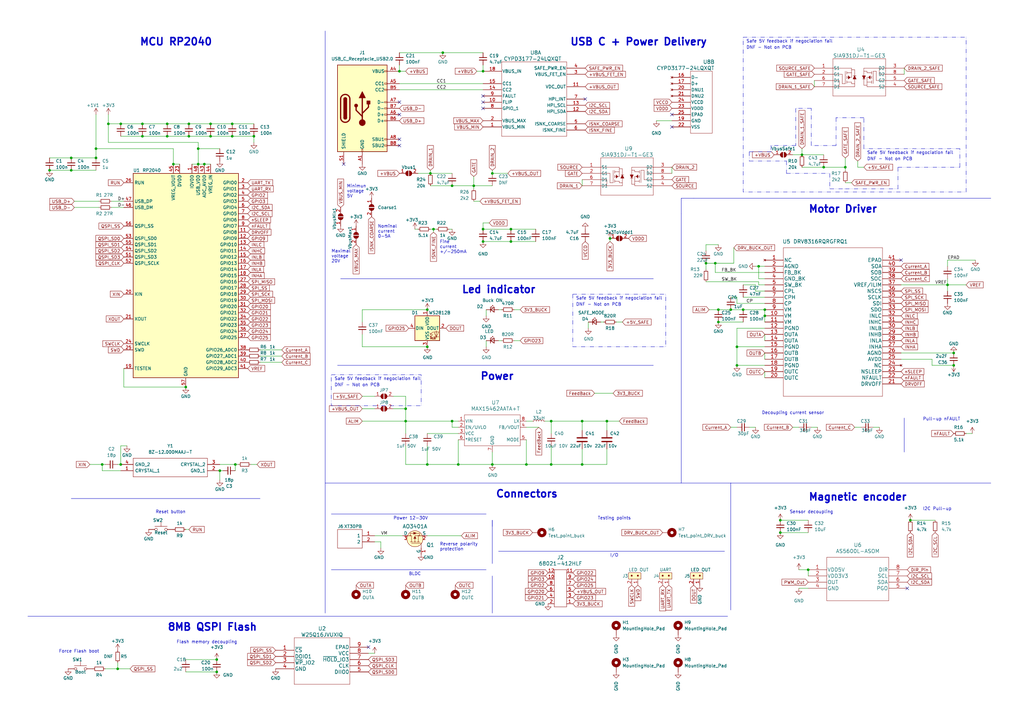
<source format=kicad_sch>
(kicad_sch (version 20230121) (generator eeschema)
  (paper "A3")
  (title_block (title "MTR Tiny MD") (rev "V1.2") (company "More Than Robots") (comment 1 "Ciciliano ALTMANN"))
  (junction (at 58.42 55.88))
  (junction (at 71.12 67.31))
  (junction (at 177.8 93.98))
  (junction (at 175.26 190.5))
  (junction (at 49.53 50.8))
  (junction (at 163.83 29.21))
  (junction (at 294.64 127))
  (junction (at 96.52 190.5))
  (junction (at 166.37 167.64))
  (junction (at 39.37 64.77))
  (junction (at 304.8 127))
  (junction (at 90.17 193.04))
  (junction (at 68.58 55.88))
  (junction (at 185.42 172.72))
  (junction (at 299.72 127))
  (junction (at 194.31 76.2))
  (junction (at 391.16 144.78))
  (junction (at 41.91 190.5))
  (junction (at 238.76 190.5))
  (junction (at 104.14 55.88))
  (junction (at 175.26 127))
  (junction (at 201.93 190.5))
  (junction (at 337.82 68.58))
  (junction (at 250.19 97.79))
  (junction (at 88.9 275.59))
  (junction (at 198.12 93.98))
  (junction (at 81.28 60.96))
  (junction (at 302.26 142.24))
  (junction (at 76.2 158.75))
  (junction (at 95.25 55.88))
  (junction (at 187.96 190.5))
  (junction (at 226.06 172.72))
  (junction (at 373.38 213.36))
  (junction (at 293.37 107.95))
  (junction (at 166.37 172.72))
  (junction (at 77.47 50.8))
  (junction (at 201.93 71.12))
  (junction (at 68.58 50.8))
  (junction (at 248.92 172.72))
  (junction (at 176.53 71.12))
  (junction (at 58.42 50.8))
  (junction (at 83.82 67.31))
  (junction (at 289.56 107.95))
  (junction (at 48.26 274.32))
  (junction (at 77.47 55.88))
  (junction (at 88.9 270.51))
  (junction (at 49.53 190.5))
  (junction (at 209.55 99.06))
  (junction (at 175.26 142.24))
  (junction (at 391.16 149.86))
  (junction (at 238.76 172.72))
  (junction (at 313.69 129.54))
  (junction (at 44.45 50.8))
  (junction (at 39.37 60.96))
  (junction (at 311.15 109.22))
  (junction (at 29.21 69.85))
  (junction (at 86.36 55.88))
  (junction (at 346.71 68.58))
  (junction (at 81.28 67.31))
  (junction (at 320.04 218.44))
  (junction (at 95.25 50.8))
  (junction (at 86.36 50.8))
  (junction (at 209.55 93.98))
  (junction (at 294.64 132.08))
  (junction (at 29.21 64.77))
  (junction (at 181.61 21.59))
  (junction (at 328.93 63.5))
  (junction (at 20.32 69.85))
  (junction (at 388.62 116.84))
  (junction (at 226.06 190.5))
  (junction (at 198.12 29.21))
  (junction (at 302.26 149.86))
  (junction (at 185.42 76.2))
  (junction (at 320.04 213.36))
  (junction (at 313.69 127))
  (junction (at 331.47 233.68))
  (junction (at 198.12 99.06))
  (junction (at 215.9 190.5))
  (no_connect (at 163.83 41.91))
  (no_connect (at 372.11 241.3))
  (no_connect (at 163.83 59.69))
  (no_connect (at 369.57 106.68))
  (no_connect (at 275.59 46.99))
  (no_connect (at 198.12 39.37))
  (no_connect (at 198.12 44.45))
  (no_connect (at 240.03 40.64))
  (no_connect (at 140.97 67.31))
  (no_connect (at 275.59 52.07))
  (no_connect (at 163.83 57.15))
  (no_connect (at 151.13 265.43))
  (no_connect (at 198.12 41.91))
  (no_connect (at 163.83 46.99))
  (wire (pts (xy 166.37 190.5) (xy 175.26 190.5)))
  (wire (pts (xy 302.26 134.62) (xy 302.26 142.24)))
  (wire (pts (xy 30.48 82.55) (xy 40.64 82.55)))
  (wire (pts (xy 199.39 127) (xy 199.39 129.54)))
  (wire (pts (xy 398.78 177.8) (xy 396.24 177.8)))
  (wire (pts (xy 163.83 26.67) (xy 163.83 29.21)))
  (wire (pts (xy 250.19 97.79) (xy 250.19 99.06)))
  (wire (pts (xy 313.69 134.62) (xy 302.26 134.62)))
  (polyline (pts (xy 368.3 68.58) (xy 393.7 68.58)) (stroke (width 0) (type dash_dot_dot)))
  (wire (pts (xy 313.69 152.4) (xy 313.69 154.94)))
  (wire (pts (xy 388.62 116.84) (xy 396.24 116.84)))
  (wire (pts (xy 199.39 139.7) (xy 199.39 142.24)))
  (wire (pts (xy 313.69 129.54) (xy 313.69 132.08)))
  (wire (pts (xy 97.79 190.5) (xy 96.52 190.5)))
  (polyline (pts (xy 279.4 87.63) (xy 279.4 81.28)))
  (wire (pts (xy 187.96 190.5) (xy 201.93 190.5)))
  (wire (pts (xy 226.06 190.5) (xy 215.9 190.5)))
  (wire (pts (xy 177.8 95.25) (xy 177.8 93.98)))
  (polyline (pts (xy 204.47 226.06) (xy 297.18 226.06)))
  (wire (pts (xy 275.59 68.58) (xy 275.59 71.12)))
  (wire (pts (xy 148.59 137.16) (xy 148.59 142.24)))
  (wire (pts (xy 299.72 175.26) (xy 302.26 175.26)))
  (wire (pts (xy 309.88 109.22) (xy 311.15 109.22)))
  (polyline (pts (xy 299.72 198.12) (xy 406.4 198.12)))
  (wire (pts (xy 30.48 85.09) (xy 40.64 85.09)))
  (polyline (pts (xy 279.4 87.63) (xy 279.4 198.12)))
  (wire (pts (xy 215.9 172.72) (xy 218.44 172.72)))
  (wire (pts (xy 166.37 162.56) (xy 166.37 167.64)))
  (wire (pts (xy 313.69 116.84) (xy 311.15 116.84)))
  (wire (pts (xy 171.45 71.12) (xy 176.53 71.12)))
  (wire (pts (xy 176.53 76.2) (xy 185.42 76.2)))
  (wire (pts (xy 90.17 190.5) (xy 96.52 190.5)))
  (wire (pts (xy 90.17 193.04) (xy 90.17 196.85)))
  (polyline (pts (xy 135.89 210.82) (xy 199.39 210.82)))
  (wire (pts (xy 328.93 63.5) (xy 337.82 63.5)))
  (wire (pts (xy 71.12 67.31) (xy 73.66 67.31)))
  (wire (pts (xy 369.57 116.84) (xy 388.62 116.84)))
  (wire (pts (xy 196.85 82.55) (xy 194.31 82.55)))
  (wire (pts (xy 337.82 68.58) (xy 346.71 68.58)))
  (polyline (pts (xy 135.89 233.68) (xy 199.39 233.68)))
  (wire (pts (xy 293.37 111.76) (xy 293.37 107.95)))
  (wire (pts (xy 106.68 143.51) (xy 115.57 143.51)))
  (wire (pts (xy 238.76 172.72) (xy 248.92 172.72)))
  (polyline (pts (xy 354.33 48.26) (xy 342.9 48.26)) (stroke (width 0) (type dash_dot_dot)))
  (wire (pts (xy 96.52 190.5) (xy 96.52 193.04)))
  (wire (pts (xy 293.37 107.95) (xy 300.99 107.95)))
  (wire (pts (xy 320.04 218.44) (xy 331.47 218.44)))
  (wire (pts (xy 163.83 21.59) (xy 181.61 21.59)))
  (wire (pts (xy 50.8 158.75) (xy 76.2 158.75)))
  (wire (pts (xy 49.53 182.88) (xy 49.53 190.5)))
  (wire (pts (xy 290.83 127) (xy 294.64 127)))
  (wire (pts (xy 44.45 50.8) (xy 49.53 50.8)))
  (polyline (pts (xy 322.58 71.12) (xy 340.36 71.12)) (stroke (width 0) (type dash_dot_dot)))
  (wire (pts (xy 313.69 144.78) (xy 313.69 147.32)))
  (wire (pts (xy 293.37 107.95) (xy 289.56 107.95)))
  (wire (pts (xy 163.83 36.83) (xy 198.12 36.83)))
  (wire (pts (xy 299.72 127) (xy 304.8 127)))
  (wire (pts (xy 177.8 93.98) (xy 176.53 93.98)))
  (polyline (pts (xy 368.3 77.47) (xy 368.3 68.58)) (stroke (width 0) (type dash_dot_dot)))
  (wire (pts (xy 176.53 69.85) (xy 176.53 71.12)))
  (wire (pts (xy 166.37 167.64) (xy 166.37 172.72)))
  (wire (pts (xy 81.28 67.31) (xy 83.82 67.31)))
  (wire (pts (xy 243.84 161.29) (xy 251.46 161.29)))
  (wire (pts (xy 248.92 190.5) (xy 238.76 190.5)))
  (wire (pts (xy 215.9 190.5) (xy 201.93 190.5)))
  (polyline (pts (xy 346.71 77.47) (xy 368.3 77.47)) (stroke (width 0) (type dash_dot_dot)))
  (wire (pts (xy 302.26 124.46) (xy 302.26 121.92)))
  (wire (pts (xy 294.64 127) (xy 299.72 127)))
  (wire (pts (xy 360.68 175.26) (xy 358.14 175.26)))
  (wire (pts (xy 106.68 146.05) (xy 115.57 146.05)))
  (polyline (pts (xy 139.7 114.3) (xy 267.97 114.3)))
  (wire (pts (xy 91.44 193.04) (xy 90.17 193.04)))
  (wire (pts (xy 151.13 267.97) (xy 153.67 267.97)))
  (wire (pts (xy 209.55 99.06) (xy 219.71 99.06)))
  (wire (pts (xy 388.62 106.68) (xy 400.05 106.68)))
  (polyline (pts (xy 354.33 60.96) (xy 354.33 48.26)) (stroke (width 0) (type dash_dot_dot)))
  (polyline (pts (xy 332.74 59.69) (xy 332.74 44.45)) (stroke (width 0) (type dash_dot_dot)))
  (wire (pts (xy 238.76 73.66) (xy 238.76 76.2)))
  (wire (pts (xy 81.28 58.42) (xy 81.28 60.96)))
  (wire (pts (xy 81.28 60.96) (xy 81.28 67.31)))
  (wire (pts (xy 76.2 275.59) (xy 88.9 275.59)))
  (wire (pts (xy 294.64 100.33) (xy 289.56 100.33)))
  (wire (pts (xy 370.84 27.94) (xy 370.84 30.48)))
  (wire (pts (xy 170.18 93.98) (xy 171.45 93.98)))
  (wire (pts (xy 215.9 175.26) (xy 220.98 175.26)))
  (polyline (pts (xy 138.43 149.86) (xy 267.97 149.86)))
  (wire (pts (xy 148.59 167.64) (xy 153.67 167.64)))
  (wire (pts (xy 49.53 50.8) (xy 58.42 50.8)))
  (wire (pts (xy 104.14 55.88) (xy 104.14 58.42)))
  (wire (pts (xy 204.47 127) (xy 205.74 127)))
  (wire (pts (xy 198.12 91.44) (xy 198.12 93.98)))
  (wire (pts (xy 95.25 50.8) (xy 104.14 50.8)))
  (wire (pts (xy 302.26 142.24) (xy 302.26 149.86)))
  (wire (pts (xy 327.66 241.3) (xy 331.47 241.3)))
  (polyline (pts (xy 340.36 77.47) (xy 346.71 77.47)) (stroke (width 0) (type dash_dot_dot)))
  (wire (pts (xy 313.69 127) (xy 313.69 129.54)))
  (wire (pts (xy 388.62 119.38) (xy 388.62 116.84)))
  (wire (pts (xy 50.8 158.75) (xy 50.8 151.13)))
  (wire (pts (xy 313.69 124.46) (xy 302.26 124.46)))
  (wire (pts (xy 148.59 162.56) (xy 153.67 162.56)))
  (wire (pts (xy 204.47 139.7) (xy 205.74 139.7)))
  (wire (pts (xy 198.12 93.98) (xy 209.55 93.98)))
  (wire (pts (xy 86.36 55.88) (xy 95.25 55.88)))
  (wire (pts (xy 181.61 21.59) (xy 198.12 21.59)))
  (polyline (pts (xy 370.84 171.45) (xy 370.84 185.42)))
  (wire (pts (xy 311.15 114.3) (xy 311.15 109.22)))
  (wire (pts (xy 195.58 29.21) (xy 198.12 29.21)))
  (wire (pts (xy 311.15 109.22) (xy 313.69 109.22)))
  (wire (pts (xy 238.76 184.15) (xy 238.76 190.5)))
  (wire (pts (xy 388.62 114.3) (xy 388.62 116.84)))
  (wire (pts (xy 194.31 76.2) (xy 194.31 77.47)))
  (wire (pts (xy 350.52 175.26) (xy 353.06 175.26)))
  (wire (pts (xy 302.26 121.92) (xy 299.72 121.92)))
  (wire (pts (xy 201.93 69.85) (xy 201.93 71.12)))
  (wire (pts (xy 289.56 100.33) (xy 289.56 102.87)))
  (wire (pts (xy 39.37 46.99) (xy 39.37 60.96)))
  (polyline (pts (xy 133.35 198.12) (xy 299.72 198.12)))
  (wire (pts (xy 185.42 76.2) (xy 194.31 76.2)))
  (wire (pts (xy 44.45 58.42) (xy 81.28 58.42)))
  (wire (pts (xy 200.66 91.44) (xy 198.12 91.44)))
  (wire (pts (xy 176.53 71.12) (xy 185.42 71.12)))
  (wire (pts (xy 81.28 60.96) (xy 90.17 60.96)))
  (wire (pts (xy 39.37 60.96) (xy 39.37 64.77)))
  (wire (pts (xy 156.21 222.25) (xy 153.67 222.25)))
  (wire (pts (xy 48.26 271.78) (xy 48.26 274.32)))
  (polyline (pts (xy 342.9 59.69) (xy 332.74 59.69)) (stroke (width 0) (type dash_dot_dot)))
  (wire (pts (xy 226.06 172.72) (xy 238.76 172.72)))
  (wire (pts (xy 68.58 50.8) (xy 77.47 50.8)))
  (wire (pts (xy 201.93 185.42) (xy 201.93 190.5)))
  (polyline (pts (xy 326.39 44.45) (xy 326.39 59.69)) (stroke (width 0) (type dash_dot_dot)))
  (wire (pts (xy 327.66 233.68) (xy 331.47 233.68)))
  (wire (pts (xy 148.59 132.08) (xy 148.59 127)))
  (wire (pts (xy 187.96 175.26) (xy 185.42 175.26)))
  (polyline (pts (xy 307.34 66.04) (xy 322.58 66.04)) (stroke (width 0) (type dash_dot_dot)))
  (wire (pts (xy 175.26 182.88) (xy 175.26 190.5)))
  (wire (pts (xy 49.53 55.88) (xy 58.42 55.88)))
  (wire (pts (xy 335.28 175.26) (xy 332.74 175.26)))
  (polyline (pts (xy 393.7 68.58) (xy 393.7 60.96)) (stroke (width 0) (type dash_dot_dot)))
  (wire (pts (xy 382.27 147.32) (xy 382.27 149.86)))
  (wire (pts (xy 185.42 93.98) (xy 184.15 93.98)))
  (wire (pts (xy 175.26 219.71) (xy 189.23 219.71)))
  (polyline (pts (xy 201.93 213.36) (xy 201.93 215.9)))
  (polyline (pts (xy 316.23 59.69) (xy 316.23 62.23)) (stroke (width 0) (type dash_dot_dot)))
  (wire (pts (xy 313.69 111.76) (xy 293.37 111.76)))
  (wire (pts (xy 294.64 132.08) (xy 304.8 132.08)))
  (wire (pts (xy 388.62 106.68) (xy 388.62 109.22)))
  (polyline (pts (xy 201.93 213.36) (xy 201.93 231.14)))
  (wire (pts (xy 320.04 213.36) (xy 331.47 213.36)))
  (wire (pts (xy 351.79 68.58) (xy 354.33 68.58)))
  (wire (pts (xy 269.24 49.53) (xy 275.59 49.53)))
  (wire (pts (xy 209.55 93.98) (xy 219.71 93.98)))
  (wire (pts (xy 166.37 29.21) (xy 163.83 29.21)))
  (wire (pts (xy 95.25 55.88) (xy 104.14 55.88)))
  (wire (pts (xy 187.96 180.34) (xy 187.96 190.5)))
  (wire (pts (xy 248.92 172.72) (xy 254 172.72)))
  (wire (pts (xy 44.45 46.99) (xy 44.45 50.8)))
  (wire (pts (xy 246.38 132.08) (xy 247.65 132.08)))
  (wire (pts (xy 313.69 119.38) (xy 309.88 119.38)))
  (wire (pts (xy 255.27 132.08) (xy 252.73 132.08)))
  (wire (pts (xy 307.34 175.26) (xy 309.88 175.26)))
  (wire (pts (xy 304.8 127) (xy 313.69 127)))
  (wire (pts (xy 41.91 193.04) (xy 49.53 193.04)))
  (wire (pts (xy 334.01 33.02) (xy 334.01 35.56)))
  (wire (pts (xy 194.31 72.39) (xy 194.31 76.2)))
  (polyline (pts (xy 316.23 62.23) (xy 307.34 62.23)) (stroke (width 0) (type dash_dot_dot)))
  (wire (pts (xy 58.42 50.8) (xy 68.58 50.8)))
  (wire (pts (xy 166.37 172.72) (xy 185.42 172.72)))
  (wire (pts (xy 20.32 69.85) (xy 29.21 69.85)))
  (wire (pts (xy 43.18 274.32) (xy 48.26 274.32)))
  (wire (pts (xy 210.82 127) (xy 213.36 127)))
  (wire (pts (xy 369.57 144.78) (xy 391.16 144.78)))
  (wire (pts (xy 39.37 60.96) (xy 71.12 60.96)))
  (polyline (pts (xy 307.34 62.23) (xy 307.34 66.04)) (stroke (width 0) (type dash_dot_dot)))
  (wire (pts (xy 223.52 172.72) (xy 226.06 172.72)))
  (wire (pts (xy 289.56 107.95) (xy 289.56 110.49)))
  (wire (pts (xy 194.31 76.2) (xy 201.93 76.2)))
  (wire (pts (xy 328.93 60.96) (xy 328.93 63.5)))
  (wire (pts (xy 215.9 180.34) (xy 215.9 190.5)))
  (wire (pts (xy 198.12 99.06) (xy 209.55 99.06)))
  (wire (pts (xy 161.29 167.64) (xy 166.37 167.64)))
  (wire (pts (xy 185.42 172.72) (xy 187.96 172.72)))
  (wire (pts (xy 20.32 64.77) (xy 29.21 64.77)))
  (polyline (pts (xy 322.58 66.04) (xy 322.58 71.12)) (stroke (width 0) (type dash_dot_dot)))
  (wire (pts (xy 241.3 132.08) (xy 241.3 134.62)))
  (wire (pts (xy 45.72 82.55) (xy 50.8 82.55)))
  (wire (pts (xy 325.12 175.26) (xy 327.66 175.26)))
  (wire (pts (xy 198.12 26.67) (xy 198.12 29.21)))
  (wire (pts (xy 52.07 182.88) (xy 49.53 182.88)))
  (wire (pts (xy 48.26 190.5) (xy 49.53 190.5)))
  (wire (pts (xy 309.88 116.84) (xy 304.8 116.84)))
  (wire (pts (xy 175.26 177.8) (xy 187.96 177.8)))
  (polyline (pts (xy 299.72 198.12) (xy 299.72 250.19)))
  (polyline (pts (xy 332.74 44.45) (xy 326.39 44.45)) (stroke (width 0) (type dash_dot_dot)))
  (wire (pts (xy 71.12 60.96) (xy 71.12 67.31)))
  (wire (pts (xy 58.42 55.88) (xy 68.58 55.88)))
  (wire (pts (xy 77.47 55.88) (xy 86.36 55.88)))
  (wire (pts (xy 68.58 55.88) (xy 77.47 55.88)))
  (wire (pts (xy 29.21 69.85) (xy 39.37 69.85)))
  (wire (pts (xy 248.92 184.15) (xy 248.92 190.5)))
  (wire (pts (xy 156.21 222.25) (xy 156.21 224.79)))
  (wire (pts (xy 213.36 139.7) (xy 210.82 139.7)))
  (wire (pts (xy 311.15 115.57) (xy 289.56 115.57)))
  (wire (pts (xy 309.88 119.38) (xy 309.88 116.84)))
  (wire (pts (xy 325.12 63.5) (xy 328.93 63.5)))
  (wire (pts (xy 148.59 172.72) (xy 166.37 172.72)))
  (polyline (pts (xy 284.48 81.28) (xy 406.4 81.28)))
  (wire (pts (xy 331.47 233.68) (xy 331.47 236.22)))
  (wire (pts (xy 45.72 85.09) (xy 50.8 85.09)))
  (wire (pts (xy 43.18 190.5) (xy 41.91 190.5)))
  (wire (pts (xy 328.93 68.58) (xy 337.82 68.58)))
  (wire (pts (xy 185.42 175.26) (xy 185.42 172.72)))
  (wire (pts (xy 86.36 50.8) (xy 95.25 50.8)))
  (polyline (pts (xy 106.68 204.47) (xy 29.21 204.47)))
  (wire (pts (xy 304.8 121.92) (xy 313.69 121.92)))
  (wire (pts (xy 226.06 177.8) (xy 226.06 172.72)))
  (wire (pts (xy 302.26 149.86) (xy 313.69 149.86)))
  (polyline (pts (xy 326.39 59.69) (xy 316.23 59.69)) (stroke (width 0) (type dash_dot_dot)))
  (wire (pts (xy 369.57 147.32) (xy 382.27 147.32)))
  (wire (pts (xy 313.69 137.16) (xy 313.69 139.7)))
  (wire (pts (xy 313.69 142.24) (xy 302.26 142.24)))
  (polyline (pts (xy 11.43 252.73) (xy 298.45 252.73)))
  (wire (pts (xy 311.15 116.84) (xy 311.15 115.57)))
  (wire (pts (xy 248.92 172.72) (xy 248.92 176.53)))
  (polyline (pts (xy 340.36 71.12) (xy 340.36 77.47)) (stroke (width 0) (type dash_dot_dot)))
  (wire (pts (xy 77.47 217.17) (xy 76.2 217.17)))
  (polyline (pts (xy 393.7 60.96) (xy 354.33 60.96)) (stroke (width 0) (type dash_dot_dot)))
  (wire (pts (xy 78.74 67.31) (xy 81.28 67.31)))
  (wire (pts (xy 238.76 172.72) (xy 238.76 176.53)))
  (wire (pts (xy 382.27 149.86) (xy 391.16 149.86)))
  (wire (pts (xy 41.91 190.5) (xy 41.91 193.04)))
  (wire (pts (xy 163.83 34.29) (xy 198.12 34.29)))
  (wire (pts (xy 83.82 67.31) (xy 86.36 67.31)))
  (wire (pts (xy 226.06 182.88) (xy 226.06 190.5)))
  (wire (pts (xy 166.37 182.88) (xy 166.37 190.5)))
  (wire (pts (xy 201.93 71.12) (xy 208.28 71.12)))
  (wire (pts (xy 76.2 270.51) (xy 88.9 270.51)))
  (wire (pts (xy 300.99 101.6) (xy 300.99 107.95)))
  (wire (pts (xy 148.59 127) (xy 175.26 127)))
  (wire (pts (xy 48.26 274.32) (xy 53.34 274.32)))
  (wire (pts (xy 373.38 213.36) (xy 383.54 213.36)))
  (wire (pts (xy 161.29 162.56) (xy 166.37 162.56)))
  (polyline (pts (xy 201.93 236.22) (xy 201.93 251.46)))
  (wire (pts (xy 238.76 190.5) (xy 226.06 190.5)))
  (wire (pts (xy 29.21 64.77) (xy 39.37 64.77)))
  (wire (pts (xy 36.83 190.5) (xy 41.91 190.5)))
  (wire (pts (xy 102.87 190.5) (xy 105.41 190.5)))
  (polyline (pts (xy 279.4 81.28) (xy 284.48 81.28)))
  (polyline (pts (xy 342.9 48.26) (xy 342.9 59.69)) (stroke (width 0) (type dash_dot_dot)))
  (wire (pts (xy 351.79 66.04) (xy 351.79 68.58)))
  (wire (pts (xy 313.69 114.3) (xy 311.15 114.3)))
  (wire (pts (xy 77.47 50.8) (xy 86.36 50.8)))
  (wire (pts (xy 346.71 68.58) (xy 346.71 69.85)))
  (wire (pts (xy 148.59 142.24) (xy 175.26 142.24)))
  (wire (pts (xy 166.37 177.8) (xy 166.37 172.72)))
  (wire (pts (xy 175.26 190.5) (xy 187.96 190.5)))
  (wire (pts (xy 349.25 74.93) (xy 346.71 74.93)))
  (wire (pts (xy 346.71 64.77) (xy 346.71 68.58)))
  (wire (pts (xy 44.45 50.8) (xy 44.45 58.42)))
  (wire (pts (xy 106.68 148.59) (xy 115.57 148.59)))
  (wire (pts (xy 179.07 93.98) (xy 177.8 93.98)))
  (wire (pts (xy 153.67 219.71) (xy 165.1 219.71)))
  (polyline (pts (xy 133.35 12.7) (xy 133.35 251.46)))
  (rectangle (start 234.95 120.65) (end 273.05 142.24) (stroke (width 0) (type dash_dot_dot)))
  (rectangle (start 135.89 153.67) (end 172.72 166.37) (stroke (width 0) (type dash_dot_dot)))
  (rectangle (start 304.8 15.24) (end 396.24 78.74) (stroke (width 0) (type dash_dot_dot)))
  (text "DNF - Not on PCB" (at 306.07 20.32 0) (effects (font (size 1.27 1.27)) (justify left bottom)))
  (text "Sensor decoupling" (at 323.85 210.82 0) (effects (font (size 1.27 1.27)) (justify left bottom)))
  (text "Safe 5V feedback if negociation fail" (at 137.16 156.21 0) (effects (font (size 1.27 1.27)) (justify left bottom)))
  (text "Minimun \nvoltage \n5V" (at 142.24 81.28 0) (effects (font (size 1.27 1.27)) (justify left bottom)))
  (text "Connectors" (at 203.2 204.47 0) (effects (font (size 3 3) (thickness 0.6) bold) (justify left bottom)))
  (text "Fine\ncurrent \n+/-250mA" (at 180.34 104.14 0) (effects (font (size 1.27 1.27)) (justify left bottom)))
  (text "I/O" (at 250.19 228.6 0) (effects (font (size 1.27 1.27)) (justify left bottom)))
  (text "Reverse polarity \nprotection" (at 180.34 226.06 0) (effects (font (size 1.27 1.27)) (justify left bottom)))
  (text "USB C + Power Delivery" (at 233.68 19.05 0) (effects (font (size 3 3) (thickness 0.6) bold) (justify left bottom)))
  (text "Power 12-30V" (at 161.29 213.36 0) (effects (font (size 1.27 1.27)) (justify left bottom)))
  (text "Reset button" (at 76.2 210.82 0) (effects (font (size 1.27 1.27)) (justify right bottom)))
  (text "DNF - Not on PCB" (at 137.16 158.75 0) (effects (font (size 1.27 1.27)) (justify left bottom)))
  (text "Safe 5V feedback if negociation fail" (at 236.22 123.19 0) (effects (font (size 1.27 1.27)) (justify left bottom)))
  (text "MCU RP2040" (at 57.15 19.05 0) (effects (font (size 3 3) (thickness 0.6) bold) (justify left bottom)))
  (text "Motor Driver" (at 331.47 87.63 0) (effects (font (size 3 3) (thickness 0.6) bold) (justify left bottom)))
  (text "Nominal\ncurrent \n0-5A" (at 154.94 97.79 0) (effects (font (size 1.27 1.27)) (justify left bottom)))
  (text "Decoupling current sensor" (at 312.42 170.18 0) (effects (font (size 1.27 1.27)) (justify left bottom)))
  (text "Flash memory decoupling" (at 72.39 264.16 0) (effects (font (size 1.27 1.27)) (justify left bottom)))
  (text "Power" (at 196.85 156.21 0) (effects (font (size 3 3) (thickness 0.6) bold) (justify left bottom)))
  (text "BLDC" (at 167.64 236.22 0) (effects (font (size 1.27 1.27)) (justify left bottom)))
  (text "DNF - Not on PCB" (at 355.6 66.04 0) (effects (font (size 1.27 1.27)) (justify left bottom)))
  (text "Safe 5V feedback if negociation fail" (at 306.07 17.78 0) (effects (font (size 1.27 1.27)) (justify left bottom)))
  (text "Safe 5V feedback if negociation fail" (at 355.6 63.5 0) (effects (font (size 1.27 1.27)) (justify left bottom)))
  (text "8MB QSPI Flash" (at 68.58 259.08 0) (effects (font (size 3 3) (thickness 0.6) bold) (justify left bottom)))
  (text "I2C Pull-up\n" (at 378.46 209.55 0) (effects (font (size 1.27 1.27)) (justify left bottom)))
  (text "Maximal\nvoltage \n20V" (at 135.89 107.95 0) (effects (font (size 1.27 1.27)) (justify left bottom)))
  (text "Pull-up nFAULT" (at 378.46 172.72 0) (effects (font (size 1.27 1.27)) (justify left bottom)))
  (text "Led indicator" (at 189.23 120.65 0) (effects (font (size 3 3) (thickness 0.6) bold) (justify left bottom)))
  (text "Testing points" (at 245.11 213.36 0) (effects (font (size 1.27 1.27)) (justify left bottom)))
  (text "DNF - Not on PCB" (at 236.22 125.73 0) (effects (font (size 1.27 1.27)) (justify left bottom)))
  (text "Magnetic encoder" (at 331.47 205.74 0) (effects (font (size 3 3) (thickness 0.6) bold) (justify left bottom)))
  (text "Force Flash boot" (at 24.13 267.97 0) (effects (font (size 1.27 1.27)) (justify left bottom)))
  (label "VREF" (at 383.54 116.84 0))
  (label "CC2" (at 179.07 36.83 0))
  (label "FB_BK" (at 295.91 111.76 0))
  (label "CC1" (at 179.07 34.29 0))
  (label "CP" (at 306.07 124.46 0))
  (label "D+" (at 48.26 82.55 0))
  (label "D-" (at 48.26 85.09 0))
  (label "VM" (at 156.21 219.71 0))
  (label "EPAD" (at 388.62 106.68 0))
  (label "SW_BK" (at 295.91 115.57 0))
  (global_label "SPI_MISO" (shape input) (at 101.6 115.57 0) (property "Intersheetrefs" "${INTERSHEET_REFS}" (effects hide)))
  (global_label "VREF" (shape input) (at 396.24 116.84 0) (property "Intersheetrefs" "${INTERSHEET_REFS}" (effects hide)))
  (global_label "nFAULT" (shape input) (at 369.57 154.94 0) (property "Intersheetrefs" "${INTERSHEET_REFS}" (effects hide)))
  (global_label "+5V_SAFE" (shape input) (at 255.27 132.08 0) (property "Intersheetrefs" "${INTERSHEET_REFS}" (effects hide)))
  (global_label "SWCLK" (shape input) (at 259.08 240.03 270) (property "Intersheetrefs" "${INTERSHEET_REFS}" (effects hide)))
  (global_label "ALIM" (shape input) (at 148.59 172.72 180) (property "Intersheetrefs" "${INTERSHEET_REFS}" (effects hide)))
  (global_label "FeedBack" (shape input) (at 220.98 175.26 270) (property "Intersheetrefs" "${INTERSHEET_REFS}" (effects hide)))
  (global_label "DRAIN_2" (shape input) (at 275.59 68.58 0) (property "Intersheetrefs" "${INTERSHEET_REFS}" (effects hide)))
  (global_label "UART_TX" (shape input) (at 274.32 240.03 270) (property "Intersheetrefs" "${INTERSHEET_REFS}" (effects hide)))
  (global_label "VBUS_MAX" (shape input) (at 146.05 100.33 270) (property "Intersheetrefs" "${INTERSHEET_REFS}" (effects hide)))
  (global_label "SOURCE" (shape input) (at 238.76 68.58 180) (property "Intersheetrefs" "${INTERSHEET_REFS}" (effects hide)))
  (global_label "GPIO23" (shape input) (at 101.6 133.35 0) (property "Intersheetrefs" "${INTERSHEET_REFS}" (effects hide)))
  (global_label "3V3_BUCK" (shape input) (at 234.95 247.65 0) (property "Intersheetrefs" "${INTERSHEET_REFS}" (effects hide)))
  (global_label "QSPI_CLK" (shape input) (at 151.13 273.05 0) (property "Intersheetrefs" "${INTERSHEET_REFS}" (effects hide)))
  (global_label "ISNK_FINE" (shape input) (at 240.03 53.34 0) (property "Intersheetrefs" "${INTERSHEET_REFS}" (effects hide)))
  (global_label "Current_B" (shape input) (at 115.57 146.05 0) (property "Intersheetrefs" "${INTERSHEET_REFS}" (effects hide)))
  (global_label "DRV_BUCK_OUT" (shape input) (at 300.99 101.6 0) (property "Intersheetrefs" "${INTERSHEET_REFS}" (effects hide)))
  (global_label "SPI_SS" (shape input) (at 101.6 118.11 0) (property "Intersheetrefs" "${INTERSHEET_REFS}" (effects hide)))
  (global_label "GPIO25" (shape input) (at 101.6 138.43 0) (property "Intersheetrefs" "${INTERSHEET_REFS}" (effects hide)))
  (global_label "I2C_SDA" (shape input) (at 372.11 238.76 0) (property "Intersheetrefs" "${INTERSHEET_REFS}" (effects hide)))
  (global_label "RUN" (shape input) (at 50.8 74.93 180) (property "Intersheetrefs" "${INTERSHEET_REFS}" (effects hide)))
  (global_label "I2C_SCL" (shape input) (at 240.03 43.18 0) (property "Intersheetrefs" "${INTERSHEET_REFS}" (effects hide)))
  (global_label "ISNK_COARSE" (shape input) (at 240.03 50.8 0) (property "Intersheetrefs" "${INTERSHEET_REFS}" (effects hide)))
  (global_label "DIR_Pin" (shape input) (at 372.11 233.68 0) (property "Intersheetrefs" "${INTERSHEET_REFS}" (effects hide)))
  (global_label "INHC" (shape input) (at 101.6 102.87 0) (property "Intersheetrefs" "${INTERSHEET_REFS}" (effects hide)))
  (global_label "GPIO24" (shape input) (at 101.6 135.89 0) (property "Intersheetrefs" "${INTERSHEET_REFS}" (effects hide)))
  (global_label "DRAIN_2_SAFE" (shape input) (at 370.84 27.94 0) (property "Intersheetrefs" "${INTERSHEET_REFS}" (effects hide)))
  (global_label "VREF" (shape input) (at 101.6 151.13 0) (property "Intersheetrefs" "${INTERSHEET_REFS}" (effects hide)))
  (global_label "GATE_SAFE" (shape input) (at 346.71 64.77 90) (property "Intersheetrefs" "${INTERSHEET_REFS}" (effects hide)))
  (global_label "RUN" (shape input) (at 77.47 217.17 0) (property "Intersheetrefs" "${INTERSHEET_REFS}" (effects hide)))
  (global_label "XOUT" (shape input) (at 105.41 190.5 0) (property "Intersheetrefs" "${INTERSHEET_REFS}" (effects hide)))
  (global_label "INLA" (shape input) (at 101.6 110.49 0) (property "Intersheetrefs" "${INTERSHEET_REFS}" (effects hide)))
  (global_label "VDDD" (shape input) (at 275.59 44.45 180) (property "Intersheetrefs" "${INTERSHEET_REFS}" (effects hide)))
  (global_label "INHB" (shape input) (at 101.6 107.95 0) (property "Intersheetrefs" "${INTERSHEET_REFS}" (effects hide)))
  (global_label "I2C_SCL" (shape input) (at 372.11 236.22 0) (property "Intersheetrefs" "${INTERSHEET_REFS}" (effects hide)))
  (global_label "DRAIN_1_SAFE" (shape input) (at 328.93 60.96 90) (property "Intersheetrefs" "${INTERSHEET_REFS}" (effects hide)))
  (global_label "+5V_SAFE" (shape input) (at 148.59 162.56 180) (property "Intersheetrefs" "${INTERSHEET_REFS}" (effects hide)))
  (global_label "GPIO23" (shape input) (at 213.36 139.7 0) (property "Intersheetrefs" "${INTERSHEET_REFS}" (effects hide)))
  (global_label "SPI_MOSI" (shape input) (at 369.57 127 0) (property "Intersheetrefs" "${INTERSHEET_REFS}" (effects hide)))
  (global_label "OUTC" (shape input) (at 186.69 240.03 0) (property "Intersheetrefs" "${INTERSHEET_REFS}" (effects hide)))
  (global_label "GATE" (shape input) (at 275.59 73.66 0) (property "Intersheetrefs" "${INTERSHEET_REFS}" (effects hide)))
  (global_label "QSPI_CLK" (shape input) (at 50.8 107.95 180) (property "Intersheetrefs" "${INTERSHEET_REFS}" (effects hide)))
  (global_label "+VBUS_OUT" (shape input) (at 240.03 35.56 0) (property "Intersheetrefs" "${INTERSHEET_REFS}" (effects hide)))
  (global_label "UART_RX" (shape input) (at 101.6 77.47 0) (property "Intersheetrefs" "${INTERSHEET_REFS}" (effects hide)))
  (global_label "GATE" (shape input) (at 194.31 72.39 90) (property "Intersheetrefs" "${INTERSHEET_REFS}" (effects hide)))
  (global_label "UART_RX" (shape input) (at 271.78 240.03 270) (property "Intersheetrefs" "${INTERSHEET_REFS}" (effects hide)))
  (global_label "SPI_SCK" (shape input) (at 101.6 120.65 0) (property "Intersheetrefs" "${INTERSHEET_REFS}" (effects hide)))
  (global_label "+VBUS" (shape input) (at 317.5 63.5 180) (property "Intersheetrefs" "${INTERSHEET_REFS}" (effects hide)))
  (global_label "GPIO21" (shape input) (at 224.79 245.11 180) (property "Intersheetrefs" "${INTERSHEET_REFS}" (effects hide)))
  (global_label "USB_D-" (shape input) (at 30.48 85.09 180) (property "Intersheetrefs" "${INTERSHEET_REFS}" (effects hide)))
  (global_label "GPIO24" (shape input) (at 234.95 237.49 0) (property "Intersheetrefs" "${INTERSHEET_REFS}" (effects hide)))
  (global_label "DRAIN_2" (shape input) (at 201.93 69.85 90) (property "Intersheetrefs" "${INTERSHEET_REFS}" (effects hide)))
  (global_label "USB_D+" (shape input) (at 30.48 82.55 180) (property "Intersheetrefs" "${INTERSHEET_REFS}" (effects hide)))
  (global_label "SAFE_PWR_EN" (shape input) (at 349.25 74.93 0) (property "Intersheetrefs" "${INTERSHEET_REFS}" (effects hide)))
  (global_label "GATE_SAFE" (shape input) (at 370.84 33.02 0) (property "Intersheetrefs" "${INTERSHEET_REFS}" (effects hide)))
  (global_label "GPIO20" (shape input) (at 224.79 242.57 180) (property "Intersheetrefs" "${INTERSHEET_REFS}" (effects hide)))
  (global_label "ISNK_FINE" (shape input) (at 177.8 95.25 270) (property "Intersheetrefs" "${INTERSHEET_REFS}" (effects hide)))
  (global_label "GPIO25" (shape input) (at 234.95 240.03 0) (property "Intersheetrefs" "${INTERSHEET_REFS}" (effects hide)))
  (global_label "SPI_MISO" (shape input) (at 369.57 124.46 0) (property "Intersheetrefs" "${INTERSHEET_REFS}" (effects hide)))
  (global_label "Current_C" (shape input) (at 350.52 175.26 180) (property "Intersheetrefs" "${INTERSHEET_REFS}" (effects hide)))
  (global_label "FeedBack" (shape input) (at 254 172.72 0) (property "Intersheetrefs" "${INTERSHEET_REFS}" (effects hide)))
  (global_label "XIN" (shape input) (at 36.83 190.5 180) (property "Intersheetrefs" "${INTERSHEET_REFS}" (effects hide)))
  (global_label "QSPI_SD0" (shape input) (at 151.13 275.59 0) (property "Intersheetrefs" "${INTERSHEET_REFS}" (effects hide)))
  (global_label "GPIO2" (shape input) (at 101.6 80.01 0) (property "Intersheetrefs" "${INTERSHEET_REFS}" (effects hide)))
  (global_label "3V3_BUCK" (shape input) (at 218.44 218.44 180) (property "Intersheetrefs" "${INTERSHEET_REFS}" (effects hide)))
  (global_label "INLC" (shape input) (at 369.57 129.54 0) (property "Intersheetrefs" "${INTERSHEET_REFS}" (effects hide)))
  (global_label "SOURCE_SAFE" (shape input) (at 370.84 35.56 0) (property "Intersheetrefs" "${INTERSHEET_REFS}" (effects hide)))
  (global_label "VDDD" (shape input) (at 200.66 91.44 0) (property "Intersheetrefs" "${INTERSHEET_REFS}" (effects hide)))
  (global_label "Current_B" (shape input) (at 325.12 175.26 180) (property "Intersheetrefs" "${INTERSHEET_REFS}" (effects hide)))
  (global_label "OUTB" (shape input) (at 313.69 144.78 180) (property "Intersheetrefs" "${INTERSHEET_REFS}" (effects hide)))
  (global_label "GPIO20" (shape input) (at 101.6 125.73 0) (property "Intersheetrefs" "${INTERSHEET_REFS}" (effects hide)))
  (global_label "Current_C" (shape input) (at 115.57 148.59 0) (property "Intersheetrefs" "${INTERSHEET_REFS}" (effects hide)))
  (global_label "QSPI_SD2" (shape input) (at 50.8 102.87 180) (property "Intersheetrefs" "${INTERSHEET_REFS}" (effects hide)))
  (global_label "VBUS_MAX" (shape input) (at 198.12 49.53 180) (property "Intersheetrefs" "${INTERSHEET_REFS}" (effects hide)))
  (global_label "Current_A" (shape input) (at 369.57 109.22 0) (property "Intersheetrefs" "${INTERSHEET_REFS}" (effects hide)))
  (global_label "INLC" (shape input) (at 101.6 100.33 0) (property "Intersheetrefs" "${INTERSHEET_REFS}" (effects hide)))
  (global_label "3V3_BUCK" (shape input) (at 250.19 99.06 270) (property "Intersheetrefs" "${INTERSHEET_REFS}" (effects hide)))
  (global_label "I2C_SDA" (shape input) (at 373.38 218.44 270) (property "Intersheetrefs" "${INTERSHEET_REFS}" (effects hide)))
  (global_label "DRV_BUCK_OUT" (shape input) (at 271.78 218.44 180) (property "Intersheetrefs" "${INTERSHEET_REFS}" (effects hide)))
  (global_label "GPIO23" (shape input) (at 234.95 245.11 0) (property "Intersheetrefs" "${INTERSHEET_REFS}" (effects hide)))
  (global_label "SWCLK" (shape input) (at 50.8 140.97 180) (property "Intersheetrefs" "${INTERSHEET_REFS}" (effects hide)))
  (global_label "XOUT" (shape input) (at 50.8 130.81 180) (property "Intersheetrefs" "${INTERSHEET_REFS}" (effects hide)))
  (global_label "DOUT" (shape input) (at 182.88 134.62 0) (property "Intersheetrefs" "${INTERSHEET_REFS}" (effects hide)))
  (global_label "Current_A" (shape input) (at 299.72 175.26 180) (property "Intersheetrefs" "${INTERSHEET_REFS}" (effects hide)))
  (global_label "INLB" (shape input) (at 369.57 134.62 0) (property "Intersheetrefs" "${INTERSHEET_REFS}" (effects hide)))
  (global_label "VDDD" (shape input) (at 257.81 97.79 0) (property "Intersheetrefs" "${INTERSHEET_REFS}" (effects hide)))
  (global_label "INHC" (shape input) (at 369.57 132.08 0) (property "Intersheetrefs" "${INTERSHEET_REFS}" (effects hide)))
  (global_label "SOURCE_SAFE" (shape input) (at 334.01 27.94 180) (property "Intersheetrefs" "${INTERSHEET_REFS}" (effects hide)))
  (global_label "nFAULT" (shape input) (at 391.16 177.8 180) (property "Intersheetrefs" "${INTERSHEET_REFS}" (effects hide)))
  (global_label "DRAIN_1" (shape input) (at 238.76 76.2 180) (property "Intersheetrefs" "${INTERSHEET_REFS}" (effects hide)))
  (global_label "GPIO9" (shape input) (at 101.6 97.79 0) (property "Intersheetrefs" "${INTERSHEET_REFS}" (effects hide)))
  (global_label "INLB" (shape input) (at 101.6 105.41 0) (property "Intersheetrefs" "${INTERSHEET_REFS}" (effects hide)))
  (global_label "GPIO25" (shape input) (at 167.64 134.62 180) (property "Intersheetrefs" "${INTERSHEET_REFS}" (effects hide)))
  (global_label "3V3_BUCK" (shape input) (at 213.36 127 0) (property "Intersheetrefs" "${INTERSHEET_REFS}" (effects hide)))
  (global_label "VBUS_MIN" (shape input) (at 139.7 85.09 90) (property "Intersheetrefs" "${INTERSHEET_REFS}" (effects hide)))
  (global_label "+VBUS_OUT" (shape input) (at 234.95 242.57 0) (property "Intersheetrefs" "${INTERSHEET_REFS}" (effects hide)))
  (global_label "DOUT" (shape input) (at 284.48 240.03 270) (property "Intersheetrefs" "${INTERSHEET_REFS}" (effects hide)))
  (global_label "GPIO21" (shape input) (at 101.6 128.27 0) (property "Intersheetrefs" "${INTERSHEET_REFS}" (effects hide)))
  (global_label "QSPI_SD0" (shape input) (at 50.8 97.79 180) (property "Intersheetrefs" "${INTERSHEET_REFS}" (effects hide)))
  (global_label "ISNK_COARSE" (shape input) (at 152.4 88.9 270) (property "Intersheetrefs" "${INTERSHEET_REFS}" (effects hide)))
  (global_label "VBUS_MIN" (shape input) (at 198.12 52.07 180) (property "Intersheetrefs" "${INTERSHEET_REFS}" (effects hide)))
  (global_label "FeedBack" (shape input) (at 243.84 161.29 180) (property "Intersheetrefs" "${INTERSHEET_REFS}" (effects hide)))
  (global_label "VCCD" (shape input) (at 240.03 99.06 270) (property "Intersheetrefs" "${INTERSHEET_REFS}" (effects hide)))
  (global_label "GPIO9" (shape input) (at 224.79 234.95 180) (property "Intersheetrefs" "${INTERSHEET_REFS}" (effects hide)))
  (global_label "SPI_SS" (shape input) (at 369.57 119.38 0) (property "Intersheetrefs" "${INTERSHEET_REFS}" (effects hide)))
  (global_label "ALIM" (shape input) (at 189.23 219.71 0) (property "Intersheetrefs" "${INTERSHEET_REFS}" (effects hide)))
  (global_label "OUTC" (shape input) (at 313.69 152.4 180) (property "Intersheetrefs" "${INTERSHEET_REFS}" (effects hide)))
  (global_label "Current_B" (shape input) (at 369.57 111.76 0) (property "Intersheetrefs" "${INTERSHEET_REFS}" (effects hide)))
  (global_label "+VBUS_FET_EN" (shape input) (at 240.03 30.48 0) (property "Intersheetrefs" "${INTERSHEET_REFS}" (effects hide)))
  (global_label "SOURCE" (shape input) (at 275.59 76.2 0) (property "Intersheetrefs" "${INTERSHEET_REFS}" (effects hide)))
  (global_label "+VBUS_OUT" (shape input) (at 148.59 167.64 180) (property "Intersheetrefs" "${INTERSHEET_REFS}" (effects hide)))
  (global_label "SPI_SCK" (shape input) (at 369.57 121.92 0) (property "Intersheetrefs" "${INTERSHEET_REFS}" (effects hide)))
  (global_label "GPIO22" (shape input) (at 101.6 130.81 0) (property "Intersheetrefs" "${INTERSHEET_REFS}" (effects hide)))
  (global_label "nFAULT" (shape input) (at 101.6 92.71 0) (property "Intersheetrefs" "${INTERSHEET_REFS}" (effects hide)))
  (global_label "GATE" (shape input) (at 238.76 71.12 180) (property "Intersheetrefs" "${INTERSHEET_REFS}" (effects hide)))
  (global_label "UART_TX" (shape input) (at 101.6 74.93 0) (property "Intersheetrefs" "${INTERSHEET_REFS}" (effects hide)))
  (global_label "I2C_SCL" (shape input) (at 101.6 87.63 0) (property "Intersheetrefs" "${INTERSHEET_REFS}" (effects hide)))
  (global_label "GATE_SAFE" (shape input) (at 334.01 30.48 180) (property "Intersheetrefs" "${INTERSHEET_REFS}" (effects hide)))
  (global_label "PWM_Out" (shape input) (at 331.47 238.76 180) (property "Intersheetrefs" "${INTERSHEET_REFS}" (effects hide)))
  (global_label "GPIO3" (shape input) (at 224.79 237.49 180) (property "Intersheetrefs" "${INTERSHEET_REFS}" (effects hide)))
  (global_label "SAFE_PWR_EN" (shape input) (at 240.03 27.94 0) (property "Intersheetrefs" "${INTERSHEET_REFS}" (effects hide)))
  (global_label "QSPI_SS" (shape input) (at 53.34 274.32 0) (property "Intersheetrefs" "${INTERSHEET_REFS}" (effects hide)))
  (global_label "+VBUS" (shape input) (at 166.37 29.21 0) (property "Intersheetrefs" "${INTERSHEET_REFS}" (effects hide)))
  (global_label "OUTB" (shape input) (at 166.37 240.03 0) (property "Intersheetrefs" "${INTERSHEET_REFS}" (effects hide)))
  (global_label "DRVOFF" (shape input) (at 101.6 95.25 0) (property "Intersheetrefs" "${INTERSHEET_REFS}" (effects hide)))
  (global_label "nSLEEP" (shape input) (at 101.6 90.17 0) (property "Intersheetrefs" "${INTERSHEET_REFS}" (effects hide)))
  (global_label "+VBUS_OUT" (shape input) (at 208.28 71.12 0) (property "Intersheetrefs" "${INTERSHEET_REFS}" (effects hide)))
  (global_label "I2C_SDA" (shape input) (at 240.03 45.72 0) (property "Intersheetrefs" "${INTERSHEET_REFS}" (effects hide)))
  (global_label "I2C_SDA" (shape input) (at 101.6 85.09 0) (property "Intersheetrefs" "${INTERSHEET_REFS}" (effects hide)))
  (global_label "QSPI_SD2" (shape input) (at 113.03 271.78 180) (property "Intersheetrefs" "${INTERSHEET_REFS}" (effects hide)))
  (global_label "I2C_SCL" (shape input) (at 383.54 218.44 270) (property "Intersheetrefs" "${INTERSHEET_REFS}" (effects hide)))
  (global_label "QSPI_SD3" (shape input) (at 151.13 270.51 0) (property "Intersheetrefs" "${INTERSHEET_REFS}" (effects hide)))
  (global_label "INLA" (shape input) (at 369.57 139.7 0) (property "Intersheetrefs" "${INTERSHEET_REFS}" (effects hide)))
  (global_label "OUTA" (shape input) (at 313.69 137.16 180) (property "Intersheetrefs" "${INTERSHEET_REFS}" (effects hide)))
  (global_label "INHB" (shape input) (at 369.57 137.16 0) (property "Intersheetrefs" "${INTERSHEET_REFS}" (effects hide)))
  (global_label "GPIO3" (shape input) (at 101.6 82.55 0) (property "Intersheetrefs" "${INTERSHEET_REFS}" (effects hide)))
  (global_label "USB_D+" (shape input) (at 163.83 49.53 0) (property "Intersheetrefs" "${INTERSHEET_REFS}" (effects hide)))
  (global_label "DRAIN_2_SAFE" (shape input) (at 351.79 66.04 90) (property "Intersheetrefs" "${INTERSHEET_REFS}" (effects hide)))
  (global_label "QSPI_SD3" (shape input) (at 50.8 105.41 180) (property "Intersheetrefs" "${INTERSHEET_REFS}" (effects hide)))
  (global_label "DRVOFF" (shape input) (at 369.57 157.48 0) (property "Intersheetrefs" "${INTERSHEET_REFS}" (effects hide)))
  (global_label "INHA" (shape input) (at 369.57 142.24 0) (property "Intersheetrefs" "${INTERSHEET_REFS}" (effects hide)))
  (global_label "GPIO22" (shape input) (at 234.95 234.95 0) (property "Intersheetrefs" "${INTERSHEET_REFS}" (effects hide)))
  (global_label "+VBUS" (shape input) (at 163.83 71.12 180) (property "Intersheetrefs" "${INTERSHEET_REFS}" (effects hide)))
  (global_label "ALIM" (shape input) (at 290.83 127 180) (property "Intersheetrefs" "${INTERSHEET_REFS}" (effects hide)))
  (global_label "QSPI_SS" (shape input) (at 113.03 266.7 180) (property "Intersheetrefs" "${INTERSHEET_REFS}" (effects hide)))
  (global_label "QSPI_SD1" (shape input) (at 50.8 100.33 180) (property "Intersheetrefs" "${INTERSHEET_REFS}" (effects hide)))
  (global_label "XIN" (shape input) (at 50.8 120.65 180) (property "Intersheetrefs" "${INTERSHEET_REFS}" (effects hide)))
  (global_label "SWD" (shape input) (at 261.62 240.03 270) (property "Intersheetrefs" "${INTERSHEET_REFS}" (effects hide)))
  (global_label "nSLEEP" (shape input) (at 369.57 152.4 0) (property "Intersheetrefs" "${INTERSHEET_REFS}" (effects hide)))
  (global_label "Current_C" (shape input) (at 369.57 114.3 0) (property "Intersheetrefs" "${INTERSHEET_REFS}" (effects hide)))
  (global_label "DRAIN_1_SAFE" (shape input) (at 334.01 35.56 180) (property "Intersheetrefs" "${INTERSHEET_REFS}" (effects hide)))
  (global_label "DRAIN_1" (shape input) (at 176.53 69.85 90) (property "Intersheetrefs" "${INTERSHEET_REFS}" (effects hide)))
  (global_label "+VBUS" (shape input) (at 195.58 29.21 180) (property "Intersheetrefs" "${INTERSHEET_REFS}" (effects hide)))
  (global_label "QSPI_SD1" (shape input) (at 113.03 269.24 180) (property "Intersheetrefs" "${INTERSHEET_REFS}" (effects hide)))
  (global_label "3V3_BUCK" (shape input) (at 251.46 161.29 0) (property "Intersheetrefs" "${INTERSHEET_REFS}" (effects hide)))
  (global_label "SPI_MOSI" (shape input) (at 101.6 123.19 0) (property "Intersheetrefs" "${INTERSHEET_REFS}" (effects hide)))
  (global_label "+5V_SAFE" (shape input) (at 354.33 68.58 0) (property "Intersheetrefs" "${INTERSHEET_REFS}" (effects hide)))
  (global_label "INHA" (shape input) (at 101.6 113.03 0) (property "Intersheetrefs" "${INTERSHEET_REFS}" (effects hide)))
  (global_label "OUTA" (shape input) (at 146.05 240.03 0) (property "Intersheetrefs" "${INTERSHEET_REFS}" (effects hide)))
  (global_label "USB_D-" (shape input) (at 163.83 44.45 0) (property "Intersheetrefs" "${INTERSHEET_REFS}" (effects hide)))
  (global_label "GPIO2" (shape input) (at 224.79 240.03 180) (property "Intersheetrefs" "${INTERSHEET_REFS}" (effects hide)))
  (global_label "QSPI_SS" (shape input) (at 50.8 92.71 180) (property "Intersheetrefs" "${INTERSHEET_REFS}" (effects hide)))
  (global_label "SWD" (shape input) (at 50.8 143.51 180) (property "Intersheetrefs" "${INTERSHEET_REFS}" (effects hide)))
  (global_label "VCCD" (shape input) (at 275.59 41.91 180) (property "Intersheetrefs" "${INTERSHEET_REFS}" (effects hide)))
  (global_label "+VBUS_FET_EN" (shape input) (at 196.85 82.55 0) (property "Intersheetrefs" "${INTERSHEET_REFS}" (effects hide)))
  (global_label "Current_A" (shape input) (at 115.57 143.51 0) (property "Intersheetrefs" "${INTERSHEET_REFS}" (effects hide)))
  (symbol (lib_id "power:GND") (at 139.7 92.71 0) (unit 1)
    (property "Reference" "#PWR01" (effects hide))
    (property "Value" "GND" (at 139.7 96.52 0))
  )
  (symbol (lib_id "Device:R_Small") (at 104.14 146.05 270) (unit 1)
    (property "Reference" "R7" (at 106.68 147.32 90) (effects (justify left)))
    (property "Value" "1k" (at 110.49 144.78 90) (effects (justify left)))
    (property "Footprint" "Resistor_SMD:R_0402_1005Metric" (effects hide))
  )
  (symbol (lib_id "Device:C_Small") (at 88.9 273.05 180) (unit 1)
    (property "Reference" "C20" (at 86.36 271.78 0) (effects (justify left)))
    (property "Value" "100n" (at 87.63 274.32 0) (effects (justify left)))
    (property "Footprint" "Capacitor_SMD:C_0402_1005Metric" (effects hide))
  )
  (symbol (lib_id "Device:C_Small") (at 219.71 96.52 0) (unit 1)
    (property "Reference" "C17" (at 222.25 95.25 0) (effects (justify left)))
    (property "Value" "100nF" (at 222.25 97.79 0) (effects (justify left)))
    (property "Footprint" "Capacitor_SMD:C_0402_1005Metric" (effects hide))
  )
  (symbol (lib_id "Device:C_Small") (at 299.72 124.46 0) (unit 1)
    (property "Reference" "C26" (at 298.45 121.92 0) (effects (justify left)))
    (property "Value" "1uF" (at 300.99 125.73 0) (effects (justify left)))
    (property "Footprint" "Capacitor_SMD:C_0603_1608Metric" (effects hide))
  )
  (symbol (lib_id "Device:C_Small") (at 355.6 175.26 90) (unit 1)
    (property "Reference" "C33" (at 356.87 172.72 90) (effects (justify left)))
    (property "Value" "30pF" (at 358.14 176.53 90) (effects (justify left)))
    (property "Footprint" "Capacitor_SMD:C_0201_0603Metric" (effects hide))
  )
  (symbol (lib_id "power:+3V3") (at 398.78 177.8 0) (unit 1)
    (property "Reference" "#PWR0129" (effects hide))
    (property "Value" "+3V3" (at 398.78 172.72 0))
  )
  (symbol (lib_id "Mechanical:MountingHole_Pad") (at 186.69 242.57 180) (unit 1)
    (property "Reference" "H12" (at 189.23 242.5699 0) (effects (justify right)))
    (property "Value" "OUTC" (at 189.23 245.1099 0) (effects (justify right)))
    (property "Footprint" "Personal:Motor_Wire_Solder_Pad" (effects hide))
  )
  (symbol (lib_id "Device:C_Small") (at 198.12 96.52 0) (unit 1)
    (property "Reference" "C14" (at 200.66 95.25 0) (effects (justify left)))
    (property "Value" "4.7uF" (at 200.66 97.79 0) (effects (justify left)))
    (property "Footprint" "Capacitor_SMD:C_0402_1005Metric" (effects hide))
  )
  (symbol (lib_id "power:GND") (at 52.07 182.88 0) (unit 1)
    (property "Reference" "#PWR0135" (effects hide))
    (property "Value" "GND" (at 52.07 186.69 0))
  )
  (symbol (lib_id "Device:R_Small") (at 194.31 80.01 180) (unit 1)
    (property "Reference" "R26" (at 190.5 78.74 0))
    (property "Value" "2k2" (at 190.5 81.28 0))
    (property "Footprint" "Resistor_SMD:R_0402_1005Metric" (effects hide))
  )
  (symbol (lib_id "Device:C_Small") (at 240.03 96.52 180) (unit 1)
    (property "Reference" "C16" (at 237.49 97.79 0) (effects (justify left)))
    (property "Value" "4.7uF" (at 237.49 95.25 0) (effects (justify left)))
    (property "Footprint" "Capacitor_SMD:C_0402_1005Metric" (effects hide))
  )
  (symbol (lib_id "power:GND") (at 287.02 240.03 0) (unit 1)
    (property "Reference" "#PWR0151" (effects hide))
    (property "Value" "GND" (at 287.02 243.84 90) (effects (justify right)))
  )
  (symbol (lib_id "Device:R_Small") (at 43.18 85.09 270) (unit 1)
    (property "Reference" "R2" (at 40.64 87.63 90))
    (property "Value" "27R" (at 44.45 87.63 90))
    (property "Footprint" "Resistor_SMD:R_0402_1005Metric" (effects hide))
  )
  (symbol (lib_id "Device:C_Small") (at 68.58 53.34 180) (unit 1)
    (property "Reference" "C8" (at 71.12 52.0635 0) (effects (justify right)))
    (property "Value" "100n" (at 71.12 54.6035 0) (effects (justify right)))
    (property "Footprint" "Capacitor_SMD:C_0402_1005Metric" (effects hide))
  )
  (symbol (lib_id "Device:L_Small") (at 220.98 172.72 90) (unit 1)
    (property "Reference" "L2" (at 220.98 168.91 90))
    (property "Value" "33uH" (at 220.98 171.45 90))
    (property "Footprint" "Inductor_SMD:L_1210_3225Metric" (effects hide))
  )
  (symbol (lib_id "Device:C_Small") (at 289.56 105.41 0) (unit 1)
    (property "Reference" "C24" (at 285.75 104.14 0) (effects (justify left)))
    (property "Value" "22uF" (at 285.75 106.68 0) (effects (justify left)))
    (property "Footprint" "Capacitor_SMD:C_0603_1608Metric" (effects hide))
  )
  (symbol (lib_id "Device:C_Small") (at 90.17 63.5 180) (unit 1)
    (property "Reference" "C12" (at 92.71 62.2235 0) (effects (justify right)))
    (property "Value" "1u" (at 92.71 64.7635 0) (effects (justify right)))
    (property "Footprint" "Capacitor_SMD:C_0603_1608Metric" (effects hide))
  )
  (symbol (lib_id "power:GND") (at 181.61 21.59 0) (unit 1)
    (property "Reference" "#PWR012" (effects hide))
    (property "Value" "GND" (at 181.61 25.4 0))
  )
  (symbol (lib_id "Device:C") (at 248.92 180.34 0) (unit 1)
    (property "Reference" "C42" (at 250.19 177.8 0) (effects (justify left)))
    (property "Value" "22uF 10v" (at 243.84 182.88 0) (effects (justify left)))
    (property "Footprint" "Capacitor_SMD:C_0603_1608Metric" (effects hide))
  )
  (symbol (lib_id "2023-08-24_16-54-04:SIA931DJ-T1-GE3") (at 238.76 67.31 0) (unit 1)
    (property "Reference" "U9" (at 257.81 60.96 0) (effects (font (size 1.524 1.524))))
    (property "Value" "SIA931DJ-T1-GE3" (at 257.175 63.5 0) (effects (font (size 1.524 1.524))))
    (property "Footprint" "footprints:MOSFET_T1-GE3_VIS" (effects hide))
    (property "Datasheet" "SIA931DJ-T1-GE3" (effects hide))
  )
  (symbol (lib_id "power:GND") (at 320.04 218.44 0) (unit 1)
    (property "Reference" "#PWR0122" (effects hide))
    (property "Value" "GND" (at 320.04 223.52 0))
  )
  (symbol (lib_id "power:GND") (at 294.64 100.33 0) (unit 1)
    (property "Reference" "#PWR0116" (effects hide))
    (property "Value" "GND" (at 294.64 104.14 0))
  )
  (symbol (lib_id "Device:C_Small") (at 209.55 96.52 0) (unit 1)
    (property "Reference" "C15" (at 212.09 95.25 0) (effects (justify left)))
    (property "Value" "100nF" (at 212.09 97.79 0) (effects (justify left)))
    (property "Footprint" "Capacitor_SMD:C_0402_1005Metric" (effects hide))
  )
  (symbol (lib_id "power:+1V1") (at 39.37 46.99 0) (unit 1)
    (property "Reference" "#PWR0101" (effects hide))
    (property "Value" "+1V1" (at 38.1 43.18 0))
  )
  (symbol (lib_id "Device:R_Small") (at 100.33 190.5 90) (unit 1)
    (property "Reference" "R3" (at 100.33 193.04 90))
    (property "Value" "1k" (at 100.33 187.96 90))
    (property "Footprint" "Resistor_SMD:R_0402_1005Metric" (effects hide))
  )
  (symbol (lib_id "Device:R_Small") (at 40.64 274.32 90) (unit 1)
    (property "Reference" "R4" (at 40.64 276.86 90))
    (property "Value" "1k" (at 40.64 271.78 90))
    (property "Footprint" "Resistor_SMD:R_0402_1005Metric" (effects hide))
  )
  (symbol (lib_id "Jumper:SolderJumper_2_Open") (at 152.4 85.09 270) (unit 1)
    (property "Reference" "Coarse1" (at 154.94 85.09 90) (effects (justify left)))
    (property "Value" "CurrentSelect" (effects hide))
    (property "Footprint" "Resistor_SMD:R_0201_0603Metric" (effects hide))
  )
  (symbol (lib_id "DriverParts:XT30PB") (at 153.67 219.71 0) (mirror y) (unit 1)
    (property "Reference" "J6" (at 139.7 215.9 0))
    (property "Value" "XT30PB" (at 144.78 215.9 0))
    (property "Footprint" "footprints:CONN_XT30UPB-M_AMA" (effects hide))
    (property "Datasheet" "https://www.tme.eu/Document/4acc913878197f8c2e30d4b8cdc47230/XT30UPB%20SPEC.pdf" (effects hide))
    (property "Description" "Mini XT30 Connector" (effects hide))
    (property "Height" "10.7" (effects hide))
    (property "Manufacturer_Name" "Amass" (effects hide))
    (property "Manufacturer_Part_Number" "XT30PB" (effects hide))
  )
  (symbol (lib_id "power:GND") (at 335.28 175.26 0) (unit 1)
    (property "Reference" "#PWR0130" (effects hide))
    (property "Value" "GND" (at 335.28 179.07 0))
  )
  (symbol (lib_id "dk_Transistors-FETs-MOSFETs-Single:AO3401A") (at 170.18 219.71 90) (unit 1)
    (property "Reference" "Q1" (at 176.53 223.52 90) (effects (font (size 1.524 1.524))))
    (property "Value" "AO3401A" (at 170.18 215.9 90) (effects (font (size 1.524 1.524))))
    (property "Footprint" "digikey-footprints:SOT-23-3" (effects hide))
    (property "Datasheet" "http://aosmd.com/res/data_sheets/AO3401A.pdf" (effects hide))
    (property "Digi-Key_PN" "785-1001-1-ND" (effects hide))
    (property "MPN" "AO3401A" (effects hide))
    (property "Category" "Discrete Semiconductor Products" (effects hide))
    (property "Family" "Transistors - FETs, MOSFETs - Single" (effects hide))
    (property "DK_Datasheet_Link" "http://aosmd.com/res/data_sheets/AO3401A.pdf" (effects hide))
    (property "DK_Detail_Page" "/product-detail/en/alpha-omega-semiconductor-inc/AO3401A/785-1001-1-ND/1855943" (effects hide))
    (property "Description" "MOSFET P-CH 30V 4A SOT23" (effects hide))
    (property "Manufacturer" "Alpha & Omega Semiconductor Inc." (effects hide))
    (property "Status" "Active" (effects hide))
  )
  (symbol (lib_id "Device:R_Small") (at 289.56 113.03 180) (unit 1)
    (property "Reference" "R13" (at 287.02 110.49 0) (effects (justify left)))
    (property "Value" "22R" (at 288.29 113.03 0) (effects (justify left)))
    (property "Footprint" "Resistor_SMD:R_0603_1608Metric" (effects hide))
  )
  (symbol (lib_id "Device:C_Small") (at 163.83 24.13 0) (unit 1)
    (property "Reference" "C21" (at 166.37 22.86 0) (effects (justify left)))
    (property "Value" "100nF" (at 166.37 25.4 0) (effects (justify left)))
    (property "Footprint" "Capacitor_SMD:C_0402_1005Metric" (effects hide))
  )
  (symbol (lib_id "Jumper:SolderJumper_2_Open") (at 146.05 96.52 270) (unit 1)
    (property "Reference" "VbusMax1" (at 143.51 92.71 0) (effects (justify left)))
    (property "Value" "VbusMax" (effects hide))
    (property "Footprint" "Resistor_SMD:R_0201_0603Metric" (effects hide))
  )
  (symbol (lib_id "Device:C_Small") (at 95.25 53.34 180) (unit 1)
    (property "Reference" "C11" (at 97.79 52.0635 0) (effects (justify right)))
    (property "Value" "100n" (at 97.79 54.6035 0) (effects (justify right)))
    (property "Footprint" "Capacitor_SMD:C_0402_1005Metric" (effects hide))
  )
  (symbol (lib_id "MCU_RaspberryPi:RP2040") (at 76.2 113.03 0) (unit 1)
    (property "Reference" "U1" (at 54.61 69.85 0) (effects (justify left)))
    (property "Value" "RP2040" (at 58.42 69.85 0) (effects (justify left)))
    (property "Footprint" "Package_DFN_QFN:QFN-56-1EP_7x7mm_P0.4mm_EP3.2x3.2mm" (effects hide))
    (property "Datasheet" "https://datasheets.raspberrypi.com/rp2040/rp2040-datasheet.pdf" (effects hide))
  )
  (symbol (lib_id "DVR8316R:DRV8316RQRGFRQ1") (at 313.69 106.68 0) (unit 1)
    (property "Reference" "U5" (at 322.58 99.06 0) (effects (font (size 1.524 1.524))))
    (property "Value" "DRV8316RQRGFRQ1" (at 336.55 99.06 0) (effects (font (size 1.524 1.524))))
    (property "Footprint" "Personal:DRV8316RQRGFRQ1" (effects hide))
    (property "Datasheet" "https://www.ti.com/lit/ds/symlink/drv8316-q1.pdf?ts=1674332352245" (effects hide))
  )
  (symbol (lib_id "power:+3V3") (at 373.38 213.36 0) (unit 1)
    (property "Reference" "#PWR0121" (effects hide))
    (property "Value" "+3V3" (at 373.38 208.28 0))
  )
  (symbol (lib_id "Mechanical:MountingHole_Pad") (at 278.13 273.05 0) (unit 1)
    (property "Reference" "H8" (at 280.67 270.5099 0) (effects (justify left)))
    (property "Value" "MountingHole_Pad" (at 280.67 273.0499 0) (effects (justify left)))
    (property "Footprint" "MountingHole:MountingHole_3.2mm_M3_Pad_Via" (effects hide))
  )
  (symbol (lib_id "Mechanical:MountingHole_Pad") (at 252.73 257.81 0) (unit 1)
    (property "Reference" "H1" (at 255.27 255.2699 0) (effects (justify left)))
    (property "Value" "MountingHole_Pad" (at 255.27 257.8099 0) (effects (justify left)))
    (property "Footprint" "MountingHole:MountingHole_3.2mm_M3_Pad_Via" (effects hide))
  )
  (symbol (lib_id "power:GND") (at 278.13 260.35 0) (unit 1)
    (property "Reference" "#PWR0155" (effects hide))
    (property "Value" "GND" (at 278.13 264.16 90) (effects (justify right)))
  )
  (symbol (lib_id "Mechanical:MountingHole_Pad") (at 252.73 273.05 0) (unit 1)
    (property "Reference" "H3" (at 255.27 270.5099 0) (effects (justify left)))
    (property "Value" "MountingHole_Pad" (at 255.27 273.0499 0) (effects (justify left)))
    (property "Footprint" "MountingHole:MountingHole_3.2mm_M3_Pad_Via" (effects hide))
  )
  (symbol (lib_id "Device:C_Small") (at 148.59 134.62 0) (unit 1)
    (property "Reference" "C37" (at 151.13 133.3562 0) (effects (justify left)))
    (property "Value" "100nF" (at 151.13 135.8962 0) (effects (justify left)))
    (property "Footprint" "Capacitor_SMD:C_0603_1608Metric" (effects hide))
  )
  (symbol (lib_id "power:GND") (at 175.26 142.24 0) (unit 1)
    (property "Reference" "#PWR0107" (effects hide))
    (property "Value" "GND" (at 175.387 146.6342 0))
  )
  (symbol (lib_id "Device:R_Small") (at 373.38 215.9 0) (unit 1)
    (property "Reference" "R14" (at 375.92 214.6299 0) (effects (justify left)))
    (property "Value" "4.7k" (at 375.92 217.1699 0) (effects (justify left)))
    (property "Footprint" "Resistor_SMD:R_0402_1005Metric" (effects hide))
  )
  (symbol (lib_id "Device:C_Small") (at 175.26 180.34 0) (unit 1)
    (property "Reference" "C39" (at 177.8 179.07 0) (effects (justify left)))
    (property "Value" "1uF 50V" (at 172.72 184.15 0) (effects (justify left)))
    (property "Footprint" "Capacitor_SMD:C_1206_3216Metric" (effects hide))
  )
  (symbol (lib_id "power:GND") (at 327.66 241.3 0) (unit 1)
    (property "Reference" "#PWR0124" (effects hide))
    (property "Value" "GND" (at 327.66 246.38 0))
  )
  (symbol (lib_id "power:+3V3") (at 152.4 81.28 0) (unit 1)
    (property "Reference" "#PWR04" (effects hide))
    (property "Value" "+3V3" (at 152.4 77.47 0))
  )
  (symbol (lib_id "2023-08-24_13-49-11:CYPD3177-24LQXQT") (at 275.59 31.75 0) (unit 2)
    (property "Reference" "U8" (at 288.29 25.4 0) (effects (font (size 1.524 1.524)) (justify left)))
    (property "Value" "CYPD3177-24LQXQT" (at 269.24 27.94 0) (effects (font (size 1.524 1.524)) (justify left)))
    (property "Footprint" "CYPD3177-24LQXQT_CYP" (effects hide))
    (property "Datasheet" "CYPD3177-24LQXQT" (effects hide))
  )
  (symbol (lib_id "power:GND") (at 252.73 275.59 0) (unit 1)
    (property "Reference" "#PWR0153" (effects hide))
    (property "Value" "GND" (at 252.73 279.4 90) (effects (justify right)))
  )
  (symbol (lib_id "Device:C_Small") (at 39.37 67.31 180) (unit 1)
    (property "Reference" "C5" (at 41.91 66.0335 0) (effects (justify right)))
    (property "Value" "1u" (at 41.91 68.5735 0) (effects (justify right)))
    (property "Footprint" "Capacitor_SMD:C_0402_1005Metric" (effects hide))
  )
  (symbol (lib_id "Device:LED_Small") (at 243.84 132.08 0) (unit 1) (on_board no)
    (property "Reference" "D4" (at 240.03 130.81 0))
    (property "Value" "SAFE_MODE" (at 242.57 128.27 0))
    (property "Footprint" "LED_SMD:LED_0603_1608Metric" (effects hide))
  )
  (symbol (lib_id "Device:R_Small") (at 176.53 73.66 180) (unit 1)
    (property "Reference" "R24" (at 172.72 73.66 0))
    (property "Value" "20k" (at 172.72 76.2 0))
    (property "Footprint" "Resistor_SMD:R_0402_1005Metric" (effects hide))
  )
  (symbol (lib_id "Device:C_Small") (at 304.8 119.38 180) (unit 1)
    (property "Reference" "C27" (at 307.34 118.1035 0) (effects (justify right)))
    (property "Value" "47nF" (at 307.34 120.6435 0) (effects (justify right)))
    (property "Footprint" "Capacitor_SMD:C_0603_1608Metric" (effects hide))
  )
  (symbol (lib_id "Device:LED_Small") (at 201.93 127 0) (unit 1)
    (property "Reference" "D2" (at 196.85 125.73 0))
    (property "Value" "Buck ON" (at 201.9935 123.19 0))
    (property "Footprint" "LED_SMD:LED_0603_1608Metric" (effects hide))
  )
  (symbol (lib_id "Device:C_Small") (at 198.12 24.13 0) (unit 1)
    (property "Reference" "C19" (at 200.66 22.86 0) (effects (justify left)))
    (property "Value" "4.7uF" (at 200.66 25.4 0) (effects (justify left)))
    (property "Footprint" "Capacitor_SMD:C_0402_1005Metric" (effects hide))
  )
  (symbol (lib_id "power:GND") (at 185.42 93.98 0) (unit 1)
    (property "Reference" "#PWR03" (effects hide))
    (property "Value" "GND" (at 185.42 97.79 0))
  )
  (symbol (lib_id "power:GND") (at 113.03 274.32 0) (unit 1)
    (property "Reference" "#PWR0141" (effects hide))
    (property "Value" "GND" (at 110.998 278.13 0) (effects (justify left)))
  )
  (symbol (lib_id "Device:C_Small") (at 166.37 180.34 0) (unit 1)
    (property "Reference" "C38" (at 167.64 179.07 0) (effects (justify left)))
    (property "Value" "1uF 50V" (at 162.56 182.88 0) (effects (justify left)))
    (property "Footprint" "Capacitor_SMD:C_1206_3216Metric" (effects hide))
  )
  (symbol (lib_id "power:GND") (at 278.13 275.59 0) (unit 1)
    (property "Reference" "#PWR0154" (effects hide))
    (property "Value" "GND" (at 278.13 279.4 90) (effects (justify right)))
  )
  (symbol (lib_id "dk_Rectangular-Connectors-Headers-Male-Pins:22-23-2021") (at 287.02 237.49 180) (unit 1)
    (property "Reference" "J5" (at 280.67 236.22 0) (effects (justify right)))
    (property "Value" "LED OUT" (at 283.21 233.68 0) (effects (justify right)))
    (property "Footprint" "PinHeader:PinHeader_1x02_P2.54mm_Vertical" (effects hide))
    (property "Datasheet" "https://media.digikey.com/pdf/Data%20Sheets/Molex%20PDFs/A-6373-N_Series_Dwg_2010-12-03.pdf" (effects hide))
    (property "Digi-Key_PN" "WM4200-ND" (effects hide))
    (property "MPN" "22-23-2021" (effects hide))
    (property "Category" "Connectors, Interconnects" (effects hide))
    (property "Family" "Rectangular Connectors - Headers, Male Pins" (effects hide))
    (property "DK_Datasheet_Link" "https://media.digikey.com/pdf/Data%20Sheets/Molex%20PDFs/A-6373-N_Series_Dwg_2010-12-03.pdf" (effects hide))
    (property "DK_Detail_Page" "/product-detail/en/molex/22-23-2021/WM4200-ND/26667" (effects hide))
    (property "Description" "CONN HEADER VERT 2POS 2.54MM" (effects hide))
    (property "Manufacturer" "Molex" (effects hide))
    (property "Status" "Active" (effects hide))
  )
  (symbol (lib_id "power:GND") (at 388.62 124.46 0) (unit 1)
    (property "Reference" "#PWR0120" (effects hide))
    (property "Value" "GND" (at 388.62 128.27 0))
  )
  (symbol (lib_id "Device:R_Small") (at 173.99 93.98 270) (unit 1)
    (property "Reference" "R23" (at 171.45 91.44 90) (effects (justify left)))
    (property "Value" "5.1k" (at 171.45 96.52 90) (effects (justify left)))
    (property "Footprint" "Resistor_SMD:R_0402_1005Metric" (effects hide))
  )
  (symbol (lib_id "power:GND") (at 199.39 129.54 0) (unit 1)
    (property "Reference" "#PWR0110" (effects hide))
    (property "Value" "GND" (at 199.517 133.9342 0))
  )
  (symbol (lib_id "Jumper:SolderJumper_2_Open") (at 167.64 71.12 0) (unit 1)
    (property "Reference" "Vbus1" (at 167.64 68.58 0))
    (property "Value" "VbusJumper" (effects hide))
    (property "Footprint" "Resistor_SMD:R_0201_0603Metric" (effects hide))
  )
  (symbol (lib_id "power:+3V3") (at 250.19 97.79 0) (unit 1)
    (property "Reference" "#PWR015" (effects hide))
    (property "Value" "+3V3" (at 250.19 92.71 0))
  )
  (symbol (lib_id "Jumper:SolderJumper_2_Open") (at 157.48 167.64 0) (unit 1)
    (property "Reference" "JP8" (at 157.48 165.1 0))
    (property "Value" "+VBUS_OUT" (effects hide))
    (property "Footprint" "Resistor_SMD:R_0201_0603Metric" (effects hide))
  )
  (symbol (lib_id "power:GND") (at 148.59 67.31 0) (unit 1)
    (property "Reference" "#PWR0108" (effects hide))
    (property "Value" "GND" (at 148.59 71.12 0))
  )
  (symbol (lib_id "AS5600L-ASOM:AS5600L-ASOM") (at 331.47 233.68 0) (unit 1)
    (property "Reference" "U6" (at 351.79 223.52 0) (effects (font (size 1.524 1.524))))
    (property "Value" "AS5600L-ASOM" (at 351.79 226.06 0) (effects (font (size 1.524 1.524))))
    (property "Footprint" "Personal:AS5600L-ASOM" (effects hide))
    (property "Datasheet" "https://www.mouser.fr/datasheet/2/588/AS5600L_DS000545_3_00-1893218.pdf" (effects hide))
  )
  (symbol (lib_id "power:GND") (at 224.79 247.65 0) (unit 1)
    (property "Reference" "#PWR0145" (effects hide))
    (property "Value" "GND" (at 223.52 247.65 0) (effects (justify right)))
  )
  (symbol (lib_id "Switch:SW_Push") (at 66.04 217.17 0) (unit 1)
    (property "Reference" "SW2" (at 64.77 213.36 0))
    (property "Value" "Reset" (at 66.04 218.44 0))
    (property "Footprint" "Button_Switch_additional:TVAF06-A020B-R" (effects hide))
  )
  (symbol (lib_id "Device:R_Small") (at 104.14 143.51 270) (unit 1)
    (property "Reference" "R6" (at 106.68 142.24 90) (effects (justify left)))
    (property "Value" "1k" (at 110.49 142.24 90) (effects (justify left)))
    (property "Footprint" "Resistor_SMD:R_0402_1005Metric" (effects hide))
  )
  (symbol (lib_id "power:GND") (at 76.2 158.75 0) (unit 1)
    (property "Reference" "#PWR0106" (effects hide))
    (property "Value" "GND" (at 76.2 162.56 0))
  )
  (symbol (lib_id "power:GND") (at 400.05 106.68 0) (unit 1)
    (property "Reference" "#PWR0119" (effects hide))
    (property "Value" "GND" (at 400.05 110.49 0))
  )
  (symbol (lib_id "Device:C_Small") (at 45.72 190.5 270) (unit 1)
    (property "Reference" "C2" (at 45.7136 184.15 90))
    (property "Value" "18p" (at 45.7136 186.69 90))
    (property "Footprint" "Capacitor_SMD:C_0402_1005Metric" (effects hide))
  )
  (symbol (lib_id "Device:C_Small") (at 29.21 67.31 180) (unit 1)
    (property "Reference" "C4" (at 31.75 66.04 0) (effects (justify right)))
    (property "Value" "100n" (at 31.75 68.5735 0) (effects (justify right)))
    (property "Footprint" "Capacitor_SMD:C_0402_1005Metric" (effects hide))
  )
  (symbol (lib_id "Device:R_Small") (at 328.93 66.04 180) (unit 1) (on_board no)
    (property "Reference" "R10" (at 325.12 66.04 0))
    (property "Value" "20k" (at 325.12 68.58 0))
    (property "Footprint" "Resistor_SMD:R_0402_1005Metric" (effects hide))
  )
  (symbol (lib_id "power:GND") (at 241.3 134.62 0) (unit 1)
    (property "Reference" "#PWR07" (effects hide))
    (property "Value" "GND" (at 241.427 139.0142 0))
  )
  (symbol (lib_id "dk_Rectangular-Connectors-Headers-Male-Pins:22-23-2021") (at 274.32 237.49 180) (unit 1)
    (property "Reference" "J4" (at 267.97 236.22 0) (effects (justify right)))
    (property "Value" "UART" (at 270.51 233.68 0) (effects (justify right)))
    (property "Footprint" "PinHeader:PinHeader_1x02_P2.54mm_Vertical" (effects hide))
    (property "Datasheet" "https://media.digikey.com/pdf/Data%20Sheets/Molex%20PDFs/A-6373-N_Series_Dwg_2010-12-03.pdf" (effects hide))
    (property "Digi-Key_PN" "WM4200-ND" (effects hide))
    (property "MPN" "22-23-2021" (effects hide))
    (property "Category" "Connectors, Interconnects" (effects hide))
    (property "Family" "Rectangular Connectors - Headers, Male Pins" (effects hide))
    (property "DK_Datasheet_Link" "https://media.digikey.com/pdf/Data%20Sheets/Molex%20PDFs/A-6373-N_Series_Dwg_2010-12-03.pdf" (effects hide))
    (property "DK_Detail_Page" "/product-detail/en/molex/22-23-2021/WM4200-ND/26667" (effects hide))
    (property "Description" "CONN HEADER VERT 2POS 2.54MM" (effects hide))
    (property "Manufacturer" "Molex" (effects hide))
    (property "Status" "Active" (effects hide))
  )
  (symbol (lib_id "power:GND") (at 201.93 190.5 0) (unit 1)
    (property "Reference" "#PWR02" (effects hide))
    (property "Value" "GND" (at 202.057 194.8942 0))
  )
  (symbol (lib_id "power:GND") (at 391.16 144.78 180) (unit 1)
    (property "Reference" "#PWR0118" (effects hide))
    (property "Value" "GND" (at 391.16 140.97 0))
  )
  (symbol (lib_id "Device:C_Small") (at 20.32 67.31 180) (unit 1)
    (property "Reference" "C1" (at 22.86 66.0335 0) (effects (justify right)))
    (property "Value" "100n" (at 22.86 68.5735 0) (effects (justify right)))
    (property "Footprint" "Capacitor_SMD:C_0402_1005Metric" (effects hide))
  )
  (symbol (lib_id "power:GND") (at 60.96 217.17 0) (unit 1)
    (property "Reference" "#PWR0136" (effects hide))
    (property "Value" "GND" (at 58.928 220.98 0) (effects (justify left)))
  )
  (symbol (lib_id "Device:R_Small") (at 73.66 217.17 90) (unit 1)
    (property "Reference" "R9" (at 73.66 219.71 90))
    (property "Value" "1k" (at 73.66 214.63 90))
    (property "Footprint" "Resistor_SMD:R_0402_1005Metric" (effects hide))
  )
  (symbol (lib_id "Device:R_Small") (at 346.71 72.39 180) (unit 1) (on_board no)
    (property "Reference" "R17" (at 342.9 71.12 0))
    (property "Value" "2k2" (at 342.9 73.66 0))
    (property "Footprint" "Resistor_SMD:R_0402_1005Metric" (effects hide))
  )
  (symbol (lib_id "power:+3V3") (at 146.05 92.71 0) (unit 1)
    (property "Reference" "#PWR05" (effects hide))
    (property "Value" "+3V3" (at 146.05 88.9 0))
  )
  (symbol (lib_id "Mechanical:MountingHole_Pad") (at 278.13 257.81 0) (unit 1)
    (property "Reference" "H9" (at 280.67 255.2699 0) (effects (justify left)))
    (property "Value" "MountingHole_Pad" (at 280.67 257.8099 0) (effects (justify left)))
    (property "Footprint" "MountingHole:MountingHole_3.2mm_M3_Pad_Via" (effects hide))
  )
  (symbol (lib_id "power:GND") (at 360.68 175.26 0) (unit 1)
    (property "Reference" "#PWR0133" (effects hide))
    (property "Value" "GND" (at 360.68 179.07 0))
  )
  (symbol (lib_id "power:GND") (at 90.17 196.85 0) (unit 1)
    (property "Reference" "#PWR0138" (effects hide))
    (property "Value" "GND" (at 90.17 200.66 0))
  )
  (symbol (lib_id "power:GND") (at 90.17 66.04 0) (unit 1)
    (property "Reference" "#PWR0105" (effects hide))
    (property "Value" "GND" (at 90.17 69.85 0))
  )
  (symbol (lib_id "power:GND") (at 198.12 99.06 0) (unit 1)
    (property "Reference" "#PWR011" (effects hide))
    (property "Value" "GND" (at 198.12 104.14 0))
  )
  (symbol (lib_id "Device:R_Small") (at 208.28 127 90) (unit 1)
    (property "Reference" "R11" (at 208.28 129.54 90))
    (property "Value" "470R" (at 208.28 124.46 90))
    (property "Footprint" "Resistor_SMD:R_0402_1005Metric" (effects hide))
  )
  (symbol (lib_id "power:+3V3") (at 175.26 127 0) (unit 1)
    (property "Reference" "#PWR0152" (effects hide))
    (property "Value" "+3V3" (at 175.26 123.19 0))
  )
  (symbol (lib_id "power:GND") (at 88.9 275.59 0) (unit 1)
    (property "Reference" "#PWR0149" (effects hide))
    (property "Value" "GND" (at 91.44 276.8599 0) (effects (justify left)))
  )
  (symbol (lib_name "CYPD3177-24LQXQT_1") (lib_id "2023-08-24_13-49-11:CYPD3177-24LQXQT") (at 198.12 29.21 0) (unit 1)
    (property "Reference" "U8" (at 219.71 21.59 0) (effects (font (size 1.524 1.524))))
    (property "Value" "CYPD3177-24LQXQT" (at 218.44 24.13 0) (effects (font (size 1.524 1.524))))
    (property "Footprint" "CYPD3177-24LQXQT_CYP" (effects hide))
    (property "Datasheet" "CYPD3177-24LQXQT" (effects hide))
  )
  (symbol (lib_id "LED:WS2812B") (at 175.26 134.62 0) (unit 1)
    (property "Reference" "D1" (at 170.18 128.27 0))
    (property "Value" "WS2812B" (at 180.34 128.27 0))
    (property "Footprint" "LED_SMD:LED_WS2812B_PLCC4_5.0x5.0mm_P3.2mm" (effects hide))
    (property "Datasheet" "https://cdn-shop.adafruit.com/datasheets/WS2812B.pdf" (effects hide))
  )
  (symbol (lib_id "Device:R_Small") (at 208.28 139.7 90) (unit 1)
    (property "Reference" "R12" (at 208.28 142.24 90))
    (property "Value" "820R" (at 208.28 137.16 90))
    (property "Footprint" "Resistor_SMD:R_0402_1005Metric" (effects hide))
  )
  (symbol (lib_id "Jumper:SolderJumper_2_Open") (at 321.31 63.5 0) (unit 1) (on_board no)
    (property "Reference" "VbusSafe1" (at 321.31 60.96 0))
    (property "Value" "VbusJumper" (effects hide))
    (property "Footprint" "Resistor_SMD:R_0201_0603Metric" (effects hide))
  )
  (symbol (lib_id "Jumper:SolderJumper_2_Open") (at 157.48 162.56 0) (unit 1) (on_board no)
    (property "Reference" "JP7" (at 157.48 160.02 0))
    (property "Value" "+5V_SAFE" (effects hide))
    (property "Footprint" "Resistor_SMD:R_0201_0603Metric" (effects hide))
  )
  (symbol (lib_id "power:GND") (at 302.26 149.86 0) (unit 1)
    (property "Reference" "#PWR0114" (effects hide))
    (property "Value" "GND" (at 302.26 153.67 0))
  )
  (symbol (lib_id "power:GND") (at 156.21 224.79 0) (unit 1)
    (property "Reference" "#PWR0143" (effects hide))
    (property "Value" "GND" (at 157.48 228.6 0) (effects (justify right)))
  )
  (symbol (lib_id "Device:R_Small") (at 383.54 215.9 0) (unit 1)
    (property "Reference" "R15" (at 386.08 214.6299 0) (effects (justify left)))
    (property "Value" "4.7k" (at 386.08 217.1699 0) (effects (justify left)))
    (property "Footprint" "Resistor_SMD:R_0402_1005Metric" (effects hide))
  )
  (symbol (lib_id "power:GND") (at 294.64 132.08 0) (unit 1)
    (property "Reference" "#PWR0115" (effects hide))
    (property "Value" "GND" (at 294.64 135.89 0))
  )
  (symbol (lib_id "Device:C_Small") (at 104.14 53.34 180) (unit 1)
    (property "Reference" "C13" (at 106.68 52.0635 0) (effects (justify right)))
    (property "Value" "100n" (at 106.68 54.6035 0) (effects (justify right)))
    (property "Footprint" "Capacitor_SMD:C_0402_1005Metric" (effects hide))
  )
  (symbol (lib_id "SamacSys_Parts:8Z-12.000MAAJ-T") (at 49.53 190.5 0) (unit 1)
    (property "Reference" "Y1" (at 69.85 182.88 0))
    (property "Value" "8Z-12.000MAAJ-T" (at 69.85 185.42 0))
    (property "Footprint" "SamacSys_Parts:8Z12000MAAJT" (effects hide))
    (property "Datasheet" "http://www.txccrystal.com/images/pdf/8z.pdf" (effects hide))
    (property "Description" "TXC - 8Z-12.000MAAJ-T - CRYSTAL, 12MHZ, 18PF, 2.5 X 2MM" (effects hide))
    (property "Height" "0.55" (effects hide))
    (property "Manufacturer_Name" "TXC CORPORATION" (effects hide))
    (property "Manufacturer_Part_Number" "8Z-12.000MAAJ-T" (effects hide))
    (property "Mouser Part Number" "717-8Z-12.000MAAJ-T" (effects hide))
    (property "Mouser Price/Stock" "https://www.mouser.co.uk/ProductDetail/TXC-Corporation/8Z-12.000MAAJ-T?qs=AbXXCOATRpjXyht3Ejd1DQ%3D%3D" (effects hide))
    (property "Arrow Part Number" "8Z-12.000MAAJ-T" (effects hide))
    (property "Arrow Price/Stock" "https://www.arrow.com/en/products/8z-12.000maaj-t/txc-corporation?region=nac" (effects hide))
  )
  (symbol (lib_id "power:GND") (at 27.94 274.32 0) (unit 1)
    (property "Reference" "#PWR0144" (effects hide))
    (property "Value" "GND" (at 25.908 278.13 0) (effects (justify left)))
  )
  (symbol (lib_id "Device:C_Small") (at 304.8 129.54 0) (unit 1)
    (property "Reference" "C28" (at 307.34 128.2762 0) (effects (justify left)))
    (property "Value" "100nF" (at 307.34 130.8162 0) (effects (justify left)))
    (property "Footprint" "Capacitor_SMD:C_0603_1608Metric" (effects hide))
  )
  (symbol (lib_id "Device:R_Small") (at 104.14 148.59 270) (unit 1)
    (property "Reference" "R8" (at 106.68 144.78 90) (effects (justify left)))
    (property "Value" "1k" (at 110.49 147.32 90) (effects (justify left)))
    (property "Footprint" "Resistor_SMD:R_0402_1005Metric" (effects hide))
  )
  (symbol (lib_id "Device:C_Small") (at 330.2 175.26 90) (unit 1)
    (property "Reference" "C31" (at 331.47 172.72 90) (effects (justify left)))
    (property "Value" "30pF" (at 332.74 176.53 90) (effects (justify left)))
    (property "Footprint" "Capacitor_SMD:C_0201_0603Metric" (effects hide))
  )
  (symbol (lib_id "2023-08-24_16-54-04:SIA931DJ-T1-GE3") (at 334.01 26.67 0) (unit 1) (on_board no)
    (property "Reference" "U4" (at 353.06 20.32 0) (effects (font (size 1.524 1.524))))
    (property "Value" "SIA931DJ-T1-GE3" (at 352.425 22.86 0) (effects (font (size 1.524 1.524))))
    (property "Footprint" "footprints:MOSFET_T1-GE3_VIS" (effects hide))
    (property "Datasheet" "SIA931DJ-T1-GE3" (effects hide))
  )
  (symbol (lib_id "Device:C_Small") (at 388.62 121.92 180) (unit 1)
    (property "Reference" "C35" (at 391.16 120.6435 0) (effects (justify right)))
    (property "Value" "100nF" (at 391.16 123.1835 0) (effects (justify right)))
    (property "Footprint" "Capacitor_SMD:C_0402_1005Metric" (effects hide))
  )
  (symbol (lib_id "Device:C_Small") (at 86.36 53.34 180) (unit 1)
    (property "Reference" "C10" (at 88.9 52.0635 0) (effects (justify right)))
    (property "Value" "100n" (at 88.9 54.6035 0) (effects (justify right)))
    (property "Footprint" "Capacitor_SMD:C_0402_1005Metric" (effects hide))
  )
  (symbol (lib_id "Device:C_Small") (at 294.64 129.54 0) (unit 1)
    (property "Reference" "C25" (at 295.91 128.27 0) (effects (justify left)))
    (property "Value" "100nF" (at 295.91 130.81 0) (effects (justify left)))
    (property "Footprint" "Capacitor_SMD:C_0603_1608Metric" (effects hide))
  )
  (symbol (lib_id "power:GND") (at 252.73 260.35 0) (unit 1)
    (property "Reference" "#PWR0156" (effects hide))
    (property "Value" "GND" (at 252.73 264.16 90) (effects (justify right)))
  )
  (symbol (lib_id "Device:C_Small") (at 93.98 193.04 270) (unit 1)
    (property "Reference" "C3" (at 93.98 199.39 90))
    (property "Value" "18p" (at 93.98 196.85 90))
    (property "Footprint" "Capacitor_SMD:C_0402_1005Metric" (effects hide))
  )
  (symbol (lib_id "Device:C_Small") (at 331.47 215.9 0) (unit 1)
    (property "Reference" "C32" (at 334.01 214.6362 0) (effects (justify left)))
    (property "Value" "10uF" (at 334.01 217.1762 0) (effects (justify left)))
    (property "Footprint" "Capacitor_SMD:C_0402_1005Metric" (effects hide))
  )
  (symbol (lib_id "power:+3V3") (at 88.9 270.51 0) (unit 1)
    (property "Reference" "#PWR0148" (effects hide))
    (property "Value" "+3V3" (at 88.9 265.43 0))
  )
  (symbol (lib_id "Device:C_Small") (at 226.06 180.34 0) (unit 1)
    (property "Reference" "C40" (at 227.33 177.8 0) (effects (justify left)))
    (property "Value" "10uF 10V" (at 223.52 182.88 0) (effects (justify left)))
    (property "Footprint" "Capacitor_SMD:C_1206_3216Metric" (effects hide))
  )
  (symbol (lib_id "Device:C_Small") (at 304.8 175.26 90) (unit 1)
    (property "Reference" "C29" (at 306.07 172.72 90) (effects (justify left)))
    (property "Value" "30pF" (at 307.34 177.8 90) (effects (justify left)))
    (property "Footprint" "Capacitor_SMD:C_0201_0603Metric" (effects hide))
  )
  (symbol (lib_id "Connector:USB_C_Receptacle_USB2.0") (at 148.59 44.45 0) (unit 1)
    (property "Reference" "J1" (at 148.59 21.59 0))
    (property "Value" "USB_C_Receptacle_USB2.0" (at 148.59 24.13 0))
    (property "Footprint" "Connector_USB:USB_C_Receptacle_HRO_TYPE-C-31-M-12" (effects hide))
    (property "Datasheet" "https://www.usb.org/sites/default/files/documents/usb_type-c.zip" (effects hide))
  )
  (symbol (lib_id "Device:C") (at 238.76 180.34 0) (unit 1)
    (property "Reference" "C41" (at 240.03 177.8 0) (effects (justify left)))
    (property "Value" "22uF 10v" (at 233.68 182.88 0) (effects (justify left)))
    (property "Footprint" "Capacitor_SMD:C_0603_1608Metric" (effects hide))
  )
  (symbol (lib_id "power:+3V3") (at 320.04 213.36 0) (unit 1)
    (property "Reference" "#PWR0132" (effects hide))
    (property "Value" "+3V3" (at 320.04 208.28 0))
  )
  (symbol (lib_id "Mechanical:MountingHole_Pad") (at 220.98 218.44 270) (unit 1)
    (property "Reference" "H6" (at 224.79 217.1699 90) (effects (justify left)))
    (property "Value" "Test_point_buck" (at 224.79 219.7099 90) (effects (justify left)))
    (property "Footprint" "TestPoint:TestPoint_Pad_D1.0mm" (effects hide))
  )
  (symbol (lib_id "Device:C_Small") (at 77.47 53.34 180) (unit 1)
    (property "Reference" "C9" (at 80.01 52.0635 0) (effects (justify right)))
    (property "Value" "100n" (at 80.01 54.6035 0) (effects (justify right)))
    (property "Footprint" "Capacitor_SMD:C_0402_1005Metric" (effects hide))
  )
  (symbol (lib_id "2023-04-22_15-23-11:MAX15462AATA+T") (at 182.88 172.72 0) (unit 1)
    (property "Reference" "U7" (at 203.2 165.1 0) (effects (font (size 1.524 1.524))))
    (property "Value" "MAX15462AATA+T" (at 203.2 167.64 0) (effects (font (size 1.524 1.524))))
    (property "Footprint" "footprints:21-0487_T822CN&plus_1_MXM" (effects hide))
    (property "Datasheet" "MAX15462AATA+T" (effects hide))
  )
  (symbol (lib_id "Mechanical:MountingHole_Pad") (at 274.32 218.44 270) (unit 1)
    (property "Reference" "H7" (at 278.13 217.1699 90) (effects (justify left)))
    (property "Value" "Test_point_DRV_buck" (at 278.13 219.7099 90) (effects (justify left)))
    (property "Footprint" "TestPoint:TestPoint_Pad_D1.0mm" (effects hide))
  )
  (symbol (lib_id "power:GND") (at 199.39 142.24 0) (unit 1)
    (property "Reference" "#PWR0112" (effects hide))
    (property "Value" "GND" (at 199.517 146.6342 0))
  )
  (symbol (lib_id "Device:R_Small") (at 43.18 82.55 90) (unit 1)
    (property "Reference" "R1" (at 40.64 80.01 90))
    (property "Value" "27R" (at 44.45 80.01 90))
    (property "Footprint" "Resistor_SMD:R_0402_1005Metric" (effects hide))
  )
  (symbol (lib_id "power:GND") (at 269.24 49.53 0) (unit 1)
    (property "Reference" "#PWR014" (effects hide))
    (property "Value" "GND" (at 269.24 54.61 0))
  )
  (symbol (lib_id "power:GND") (at 172.72 227.33 0) (unit 1)
    (property "Reference" "#PWR0140" (effects hide))
    (property "Value" "GND" (at 177.8 228.6 0) (effects (justify right)))
  )
  (symbol (lib_id "Mechanical:MountingHole_Pad") (at 166.37 242.57 180) (unit 1)
    (property "Reference" "H11" (at 168.91 242.5699 0) (effects (justify right)))
    (property "Value" "OUTB" (at 168.91 245.1099 0) (effects (justify right)))
    (property "Footprint" "Personal:Motor_Wire_Solder_Pad" (effects hide))
  )
  (symbol (lib_id "power:GND") (at 240.03 93.98 180) (unit 1)
    (property "Reference" "#PWR013" (effects hide))
    (property "Value" "GND" (at 240.03 88.9 0))
  )
  (symbol (lib_id "power:+3V3") (at 391.16 149.86 180) (unit 1)
    (property "Reference" "#PWR0117" (effects hide))
    (property "Value" "+3V3" (at 391.16 153.67 0))
  )
  (symbol (lib_id "Device:R_Small") (at 48.26 269.24 180) (unit 1)
    (property "Reference" "R5" (at 50.8 269.24 0))
    (property "Value" "DNF" (at 44.45 269.24 0))
    (property "Footprint" "Resistor_SMD:R_0402_1005Metric" (effects hide))
  )
  (symbol (lib_id "Switch:SW_Push") (at 33.02 274.32 0) (unit 1)
    (property "Reference" "SW1" (at 31.75 270.51 0))
    (property "Value" "Boot" (at 33.02 275.59 0))
    (property "Footprint" "Button_Switch_additional:TVAF06-A020B-R" (effects hide))
  )
  (symbol (lib_id "Device:C_Small") (at 76.2 273.05 180) (unit 1)
    (property "Reference" "C18" (at 72.39 270.51 0) (effects (justify right)))
    (property "Value" "2u2" (at 71.12 274.32 0) (effects (justify right)))
    (property "Footprint" "Capacitor_SMD:C_0402_1005Metric" (effects hide))
  )
  (symbol (lib_id "Device:C_Small") (at 391.16 147.32 0) (unit 1)
    (property "Reference" "C36" (at 388.62 148.5965 0) (effects (justify right)))
    (property "Value" "2u2F" (at 388.62 146.0565 0) (effects (justify right)))
    (property "Footprint" "Capacitor_SMD:C_0603_1608Metric" (effects hide))
  )
  (symbol (lib_id "Jumper:SolderJumper_2_Open") (at 254 97.79 0) (unit 1)
    (property "Reference" "3v3ToVddd1" (at 254 95.25 0))
    (property "Value" "3V3toVddJumper" (effects hide))
    (property "Footprint" "Resistor_SMD:R_0201_0603Metric" (effects hide))
  )
  (symbol (lib_id "Device:C_Small") (at 49.53 53.34 180) (unit 1)
    (property "Reference" "C6" (at 52.07 52.0635 0) (effects (justify right)))
    (property "Value" "100n" (at 52.07 54.6035 0) (effects (justify right)))
    (property "Footprint" "Capacitor_SMD:C_0402_1005Metric" (effects hide))
  )
  (symbol (lib_id "dk_Rectangular-Connectors-Headers-Male-Pins:22-23-2021") (at 261.62 237.49 180) (unit 1)
    (property "Reference" "J3" (at 255.27 236.22 0) (effects (justify right)))
    (property "Value" "LED OUT" (at 257.81 233.68 0) (effects (justify right)))
    (property "Footprint" "PinHeader:PinHeader_1x02_P2.54mm_Vertical" (effects hide))
    (property "Datasheet" "https://media.digikey.com/pdf/Data%20Sheets/Molex%20PDFs/A-6373-N_Series_Dwg_2010-12-03.pdf" (effects hide))
    (property "Digi-Key_PN" "WM4200-ND" (effects hide))
    (property "MPN" "22-23-2021" (effects hide))
    (property "Category" "Connectors, Interconnects" (effects hide))
    (property "Family" "Rectangular Connectors - Headers, Male Pins" (effects hide))
    (property "DK_Datasheet_Link" "https://media.digikey.com/pdf/Data%20Sheets/Molex%20PDFs/A-6373-N_Series_Dwg_2010-12-03.pdf" (effects hide))
    (property "DK_Detail_Page" "/product-detail/en/molex/22-23-2021/WM4200-ND/26667" (effects hide))
    (property "Description" "CONN HEADER VERT 2POS 2.54MM" (effects hide))
    (property "Manufacturer" "Molex" (effects hide))
    (property "Status" "Active" (effects hide))
  )
  (symbol (lib_id "power:GND") (at 20.32 69.85 0) (unit 1)
    (property "Reference" "#PWR0103" (effects hide))
    (property "Value" "GND" (at 20.32 73.66 0))
  )
  (symbol (lib_id "power:GND") (at 309.88 175.26 0) (unit 1)
    (property "Reference" "#PWR0131" (effects hide))
    (property "Value" "GND" (at 309.88 179.07 0))
  )
  (symbol (lib_id "Device:C_Small") (at 388.62 111.76 180) (unit 1)
    (property "Reference" "C34" (at 391.16 110.4835 0) (effects (justify right)))
    (property "Value" "100nF" (at 391.16 113.0235 0) (effects (justify right)))
    (property "Footprint" "Capacitor_SMD:C_0402_1005Metric" (effects hide))
  )
  (symbol (lib_id "power:GND") (at 104.14 58.42 0) (unit 1)
    (property "Reference" "#PWR0104" (effects hide))
    (property "Value" "GND" (at 104.14 62.23 0))
  )
  (symbol (lib_id "Device:R_Small") (at 250.19 132.08 90) (unit 1) (on_board no)
    (property "Reference" "R18" (at 250.19 134.62 90))
    (property "Value" "820R" (at 250.19 129.54 90))
    (property "Footprint" "Resistor_SMD:R_0402_1005Metric" (effects hide))
  )
  (symbol (lib_id "power:GND") (at 309.88 109.22 270) (unit 1)
    (property "Reference" "#PWR0113" (effects hide))
    (property "Value" "GND" (at 304.8 109.22 90))
  )
  (symbol (lib_id "power:+3V3") (at 44.45 46.99 0) (unit 1)
    (property "Reference" "#PWR0102" (effects hide))
    (property "Value" "+3V3" (at 44.45 43.18 0))
  )
  (symbol (lib_id "power:+3V3") (at 170.18 93.98 0) (unit 1)
    (property "Reference" "#PWR06" (effects hide))
    (property "Value" "+3V3" (at 168.91 90.17 0))
  )
  (symbol (lib_id "Device:C_Small") (at 201.93 73.66 0) (unit 1)
    (property "Reference" "C23" (at 204.47 72.39 0) (effects (justify left)))
    (property "Value" "DNF" (at 204.47 74.93 0) (effects (justify left)))
    (property "Footprint" "Capacitor_SMD:C_0402_1005Metric" (effects hide))
  )
  (symbol (lib_id "power:+3V3") (at 327.66 233.68 0) (unit 1)
    (property "Reference" "#PWR0123" (effects hide))
    (property "Value" "+3V3" (at 327.66 228.6 0))
  )
  (symbol (lib_id "Device:C_Small") (at 337.82 66.04 0) (unit 1) (on_board no)
    (property "Reference" "C43" (at 331.47 64.77 0) (effects (justify left)))
    (property "Value" "4.7uF" (at 331.47 67.31 0) (effects (justify left)))
    (property "Footprint" "Capacitor_SMD:C_0402_1005Metric" (effects hide))
  )
  (symbol (lib_id "Device:R_Small") (at 181.61 93.98 270) (unit 1)
    (property "Reference" "R22" (at 179.07 91.44 90) (effects (justify left)))
    (property "Value" "1k" (at 180.34 96.52 90) (effects (justify left)))
    (property "Footprint" "Resistor_SMD:R_0402_1005Metric" (effects hide))
  )
  (symbol (lib_id "Device:C_Small") (at 185.42 73.66 0) (unit 1)
    (property "Reference" "C22" (at 179.07 72.39 0) (effects (justify left)))
    (property "Value" "4.7uF" (at 179.07 74.93 0) (effects (justify left)))
    (property "Footprint" "Capacitor_SMD:C_0402_1005Metric" (effects hide))
  )
  (symbol (lib_id "dk_Rectangular-Connectors-Headers-Male-Pins:68021-412HLF") (at 229.87 242.57 180) (unit 1)
    (property "Reference" "J2" (at 229.87 228.6 0) (effects (font (size 1.524 1.524))))
    (property "Value" "68021-412HLF" (at 229.87 231.14 0) (effects (font (size 1.524 1.524))))
    (property "Footprint" "PinHeader:PinHeader_2x06_P2.54mm_Vertical" (effects hide))
    (property "Datasheet" "https://cdn.amphenol-icc.com/media/wysiwyg/files/drawing/68020.pdf" (effects hide))
    (property "Digi-Key_PN" "609-3355-ND" (effects hide))
    (property "MPN" "68021-412HLF" (effects hide))
    (property "Category" "Connectors, Interconnects" (effects hide))
    (property "Family" "Rectangular Connectors - Headers, Male Pins" (effects hide))
    (property "DK_Datasheet_Link" "https://cdn.amphenol-icc.com/media/wysiwyg/files/drawing/68020.pdf" (effects hide))
    (property "DK_Detail_Page" "/product-detail/en/amphenol-icc-fci/68021-412HLF/609-3355-ND/1878558" (effects hide))
    (property "Description" "CONN HEADER R/A 12POS 2.54MM" (effects hide))
    (property "Manufacturer" "Amphenol ICC (FCI)" (effects hide))
    (property "Status" "Active" (effects hide))
  )
  (symbol (lib_id "Device:C_Small") (at 58.42 53.34 180) (unit 1)
    (property "Reference" "C7" (at 60.96 52.0635 0) (effects (justify right)))
    (property "Value" "100n" (at 60.96 54.6035 0) (effects (justify right)))
    (property "Footprint" "Capacitor_SMD:C_0402_1005Metric" (effects hide))
  )
  (symbol (lib_id "Device:R_Small") (at 393.7 177.8 270) (unit 1)
    (property "Reference" "R16" (at 391.16 175.26 90) (effects (justify left)))
    (property "Value" "5.1k" (at 391.16 180.34 90) (effects (justify left)))
    (property "Footprint" "Resistor_SMD:R_0402_1005Metric" (effects hide))
  )
  (symbol (lib_id "Device:C_Small") (at 320.04 215.9 0) (unit 1)
    (property "Reference" "C30" (at 322.58 214.6362 0) (effects (justify left)))
    (property "Value" "100nF" (at 322.58 217.1762 0) (effects (justify left)))
    (property "Footprint" "Capacitor_SMD:C_0402_1005Metric" (effects hide))
  )
  (symbol (lib_id "Device:LED_Small") (at 201.93 139.7 0) (unit 1)
    (property "Reference" "D3" (at 198.12 138.43 0))
    (property "Value" "LED" (at 200.66 135.89 0))
    (property "Footprint" "LED_SMD:LED_0603_1608Metric" (effects hide))
  )
  (symbol (lib_id "Jumper:SolderJumper_2_Open") (at 139.7 88.9 90) (unit 1)
    (property "Reference" "VbusMin1" (at 137.16 85.09 0) (effects (justify right)))
    (property "Value" "VbusMin" (effects hide))
    (property "Footprint" "Resistor_SMD:R_0201_0603Metric" (effects hide))
  )
  (symbol (lib_id "W25Q16JVUXIQ:W25Q16JVUXIQ") (at 113.03 266.7 0) (unit 1)
    (property "Reference" "U2" (at 132.08 257.81 0) (effects (font (size 1.524 1.524))))
    (property "Value" "W25Q16JVUXIQ" (at 132.08 260.35 0) (effects (font (size 1.524 1.524))))
    (property "Footprint" "Personal:W25Q16JVUXIQ" (effects hide))
    (property "Datasheet" "https://www.mouser.fr/datasheet/2/949/w25q16jv_spi_revg_03222018_plus-1489727.pdf" (effects hide))
  )
  (symbol (lib_id "power:+3V3") (at 48.26 266.7 0) (unit 1)
    (property "Reference" "#PWR0139" (effects hide))
    (property "Value" "+3V3" (at 48.26 262.89 0))
  )
  (symbol (lib_id "Mechanical:MountingHole_Pad") (at 146.05 242.57 180) (unit 1)
    (property "Reference" "H10" (at 148.59 242.5699 0) (effects (justify right)))
    (property "Value" "OUTA" (at 148.59 245.1099 0) (effects (justify right)))
    (property "Footprint" "Personal:Motor_Wire_Solder_Pad" (effects hide))
  )
  (symbol (lib_id "power:+3V3") (at 153.67 267.97 0) (unit 1)
    (property "Reference" "#PWR0142" (effects hide))
    (property "Value" "+3V3" (at 153.67 262.89 0))
  )
)
</source>
